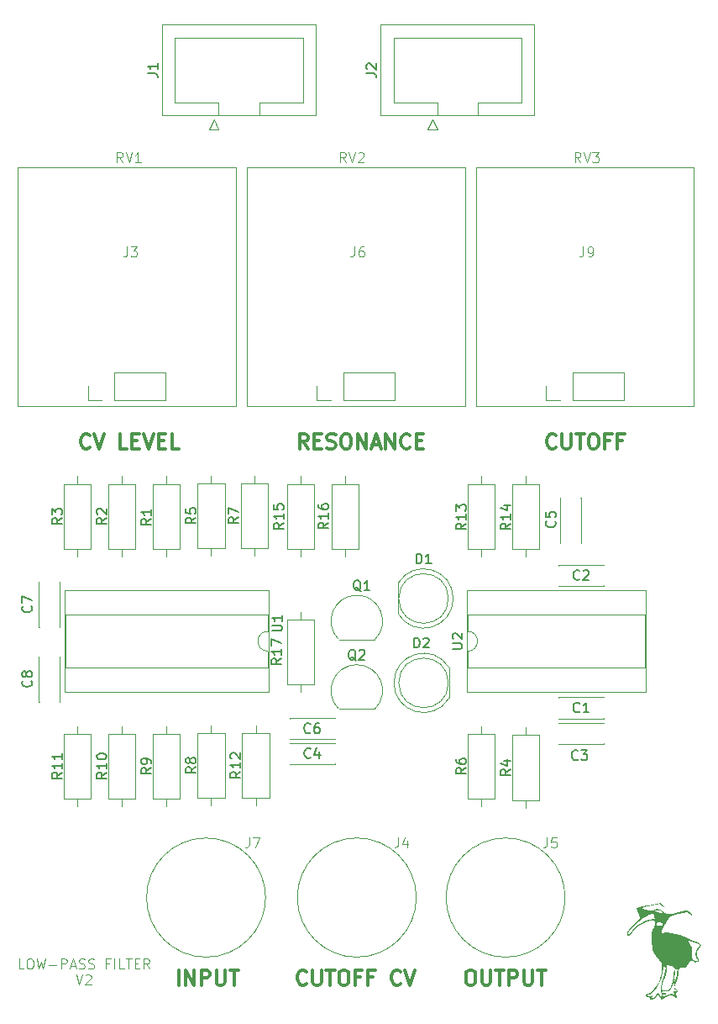
<source format=gbr>
%TF.GenerationSoftware,KiCad,Pcbnew,9.0.6*%
%TF.CreationDate,2026-01-12T01:08:44+11:00*%
%TF.ProjectId,low-pass-filter,6c6f772d-7061-4737-932d-66696c746572,rev?*%
%TF.SameCoordinates,Original*%
%TF.FileFunction,Legend,Top*%
%TF.FilePolarity,Positive*%
%FSLAX46Y46*%
G04 Gerber Fmt 4.6, Leading zero omitted, Abs format (unit mm)*
G04 Created by KiCad (PCBNEW 9.0.6) date 2026-01-12 01:08:44*
%MOMM*%
%LPD*%
G01*
G04 APERTURE LIST*
%ADD10C,0.300000*%
%ADD11C,0.100000*%
%ADD12C,0.150000*%
%ADD13C,0.120000*%
%ADD14C,0.000000*%
G04 APERTURE END LIST*
D10*
X54566654Y-88157971D02*
X54495226Y-88229400D01*
X54495226Y-88229400D02*
X54280940Y-88300828D01*
X54280940Y-88300828D02*
X54138083Y-88300828D01*
X54138083Y-88300828D02*
X53923797Y-88229400D01*
X53923797Y-88229400D02*
X53780940Y-88086542D01*
X53780940Y-88086542D02*
X53709511Y-87943685D01*
X53709511Y-87943685D02*
X53638083Y-87657971D01*
X53638083Y-87657971D02*
X53638083Y-87443685D01*
X53638083Y-87443685D02*
X53709511Y-87157971D01*
X53709511Y-87157971D02*
X53780940Y-87015114D01*
X53780940Y-87015114D02*
X53923797Y-86872257D01*
X53923797Y-86872257D02*
X54138083Y-86800828D01*
X54138083Y-86800828D02*
X54280940Y-86800828D01*
X54280940Y-86800828D02*
X54495226Y-86872257D01*
X54495226Y-86872257D02*
X54566654Y-86943685D01*
X54995226Y-86800828D02*
X55495226Y-88300828D01*
X55495226Y-88300828D02*
X55995226Y-86800828D01*
X58352368Y-88300828D02*
X57638082Y-88300828D01*
X57638082Y-88300828D02*
X57638082Y-86800828D01*
X58852368Y-87515114D02*
X59352368Y-87515114D01*
X59566654Y-88300828D02*
X58852368Y-88300828D01*
X58852368Y-88300828D02*
X58852368Y-86800828D01*
X58852368Y-86800828D02*
X59566654Y-86800828D01*
X59995226Y-86800828D02*
X60495226Y-88300828D01*
X60495226Y-88300828D02*
X60995226Y-86800828D01*
X61495225Y-87515114D02*
X61995225Y-87515114D01*
X62209511Y-88300828D02*
X61495225Y-88300828D01*
X61495225Y-88300828D02*
X61495225Y-86800828D01*
X61495225Y-86800828D02*
X62209511Y-86800828D01*
X63566654Y-88300828D02*
X62852368Y-88300828D01*
X62852368Y-88300828D02*
X62852368Y-86800828D01*
X101566654Y-88157971D02*
X101495226Y-88229400D01*
X101495226Y-88229400D02*
X101280940Y-88300828D01*
X101280940Y-88300828D02*
X101138083Y-88300828D01*
X101138083Y-88300828D02*
X100923797Y-88229400D01*
X100923797Y-88229400D02*
X100780940Y-88086542D01*
X100780940Y-88086542D02*
X100709511Y-87943685D01*
X100709511Y-87943685D02*
X100638083Y-87657971D01*
X100638083Y-87657971D02*
X100638083Y-87443685D01*
X100638083Y-87443685D02*
X100709511Y-87157971D01*
X100709511Y-87157971D02*
X100780940Y-87015114D01*
X100780940Y-87015114D02*
X100923797Y-86872257D01*
X100923797Y-86872257D02*
X101138083Y-86800828D01*
X101138083Y-86800828D02*
X101280940Y-86800828D01*
X101280940Y-86800828D02*
X101495226Y-86872257D01*
X101495226Y-86872257D02*
X101566654Y-86943685D01*
X102209511Y-86800828D02*
X102209511Y-88015114D01*
X102209511Y-88015114D02*
X102280940Y-88157971D01*
X102280940Y-88157971D02*
X102352369Y-88229400D01*
X102352369Y-88229400D02*
X102495226Y-88300828D01*
X102495226Y-88300828D02*
X102780940Y-88300828D01*
X102780940Y-88300828D02*
X102923797Y-88229400D01*
X102923797Y-88229400D02*
X102995226Y-88157971D01*
X102995226Y-88157971D02*
X103066654Y-88015114D01*
X103066654Y-88015114D02*
X103066654Y-86800828D01*
X103566655Y-86800828D02*
X104423798Y-86800828D01*
X103995226Y-88300828D02*
X103995226Y-86800828D01*
X105209512Y-86800828D02*
X105495226Y-86800828D01*
X105495226Y-86800828D02*
X105638083Y-86872257D01*
X105638083Y-86872257D02*
X105780940Y-87015114D01*
X105780940Y-87015114D02*
X105852369Y-87300828D01*
X105852369Y-87300828D02*
X105852369Y-87800828D01*
X105852369Y-87800828D02*
X105780940Y-88086542D01*
X105780940Y-88086542D02*
X105638083Y-88229400D01*
X105638083Y-88229400D02*
X105495226Y-88300828D01*
X105495226Y-88300828D02*
X105209512Y-88300828D01*
X105209512Y-88300828D02*
X105066655Y-88229400D01*
X105066655Y-88229400D02*
X104923797Y-88086542D01*
X104923797Y-88086542D02*
X104852369Y-87800828D01*
X104852369Y-87800828D02*
X104852369Y-87300828D01*
X104852369Y-87300828D02*
X104923797Y-87015114D01*
X104923797Y-87015114D02*
X105066655Y-86872257D01*
X105066655Y-86872257D02*
X105209512Y-86800828D01*
X106995226Y-87515114D02*
X106495226Y-87515114D01*
X106495226Y-88300828D02*
X106495226Y-86800828D01*
X106495226Y-86800828D02*
X107209512Y-86800828D01*
X108280940Y-87515114D02*
X107780940Y-87515114D01*
X107780940Y-88300828D02*
X107780940Y-86800828D01*
X107780940Y-86800828D02*
X108495226Y-86800828D01*
X63554511Y-142300828D02*
X63554511Y-140800828D01*
X64268797Y-142300828D02*
X64268797Y-140800828D01*
X64268797Y-140800828D02*
X65125940Y-142300828D01*
X65125940Y-142300828D02*
X65125940Y-140800828D01*
X65840226Y-142300828D02*
X65840226Y-140800828D01*
X65840226Y-140800828D02*
X66411655Y-140800828D01*
X66411655Y-140800828D02*
X66554512Y-140872257D01*
X66554512Y-140872257D02*
X66625941Y-140943685D01*
X66625941Y-140943685D02*
X66697369Y-141086542D01*
X66697369Y-141086542D02*
X66697369Y-141300828D01*
X66697369Y-141300828D02*
X66625941Y-141443685D01*
X66625941Y-141443685D02*
X66554512Y-141515114D01*
X66554512Y-141515114D02*
X66411655Y-141586542D01*
X66411655Y-141586542D02*
X65840226Y-141586542D01*
X67340226Y-140800828D02*
X67340226Y-142015114D01*
X67340226Y-142015114D02*
X67411655Y-142157971D01*
X67411655Y-142157971D02*
X67483084Y-142229400D01*
X67483084Y-142229400D02*
X67625941Y-142300828D01*
X67625941Y-142300828D02*
X67911655Y-142300828D01*
X67911655Y-142300828D02*
X68054512Y-142229400D01*
X68054512Y-142229400D02*
X68125941Y-142157971D01*
X68125941Y-142157971D02*
X68197369Y-142015114D01*
X68197369Y-142015114D02*
X68197369Y-140800828D01*
X68697370Y-140800828D02*
X69554513Y-140800828D01*
X69125941Y-142300828D02*
X69125941Y-140800828D01*
X92840226Y-140800828D02*
X93125940Y-140800828D01*
X93125940Y-140800828D02*
X93268797Y-140872257D01*
X93268797Y-140872257D02*
X93411654Y-141015114D01*
X93411654Y-141015114D02*
X93483083Y-141300828D01*
X93483083Y-141300828D02*
X93483083Y-141800828D01*
X93483083Y-141800828D02*
X93411654Y-142086542D01*
X93411654Y-142086542D02*
X93268797Y-142229400D01*
X93268797Y-142229400D02*
X93125940Y-142300828D01*
X93125940Y-142300828D02*
X92840226Y-142300828D01*
X92840226Y-142300828D02*
X92697369Y-142229400D01*
X92697369Y-142229400D02*
X92554511Y-142086542D01*
X92554511Y-142086542D02*
X92483083Y-141800828D01*
X92483083Y-141800828D02*
X92483083Y-141300828D01*
X92483083Y-141300828D02*
X92554511Y-141015114D01*
X92554511Y-141015114D02*
X92697369Y-140872257D01*
X92697369Y-140872257D02*
X92840226Y-140800828D01*
X94125940Y-140800828D02*
X94125940Y-142015114D01*
X94125940Y-142015114D02*
X94197369Y-142157971D01*
X94197369Y-142157971D02*
X94268798Y-142229400D01*
X94268798Y-142229400D02*
X94411655Y-142300828D01*
X94411655Y-142300828D02*
X94697369Y-142300828D01*
X94697369Y-142300828D02*
X94840226Y-142229400D01*
X94840226Y-142229400D02*
X94911655Y-142157971D01*
X94911655Y-142157971D02*
X94983083Y-142015114D01*
X94983083Y-142015114D02*
X94983083Y-140800828D01*
X95483084Y-140800828D02*
X96340227Y-140800828D01*
X95911655Y-142300828D02*
X95911655Y-140800828D01*
X96840226Y-142300828D02*
X96840226Y-140800828D01*
X96840226Y-140800828D02*
X97411655Y-140800828D01*
X97411655Y-140800828D02*
X97554512Y-140872257D01*
X97554512Y-140872257D02*
X97625941Y-140943685D01*
X97625941Y-140943685D02*
X97697369Y-141086542D01*
X97697369Y-141086542D02*
X97697369Y-141300828D01*
X97697369Y-141300828D02*
X97625941Y-141443685D01*
X97625941Y-141443685D02*
X97554512Y-141515114D01*
X97554512Y-141515114D02*
X97411655Y-141586542D01*
X97411655Y-141586542D02*
X96840226Y-141586542D01*
X98340226Y-140800828D02*
X98340226Y-142015114D01*
X98340226Y-142015114D02*
X98411655Y-142157971D01*
X98411655Y-142157971D02*
X98483084Y-142229400D01*
X98483084Y-142229400D02*
X98625941Y-142300828D01*
X98625941Y-142300828D02*
X98911655Y-142300828D01*
X98911655Y-142300828D02*
X99054512Y-142229400D01*
X99054512Y-142229400D02*
X99125941Y-142157971D01*
X99125941Y-142157971D02*
X99197369Y-142015114D01*
X99197369Y-142015114D02*
X99197369Y-140800828D01*
X99697370Y-140800828D02*
X100554513Y-140800828D01*
X100125941Y-142300828D02*
X100125941Y-140800828D01*
D11*
X47928571Y-140652447D02*
X47452381Y-140652447D01*
X47452381Y-140652447D02*
X47452381Y-139652447D01*
X48452381Y-139652447D02*
X48642857Y-139652447D01*
X48642857Y-139652447D02*
X48738095Y-139700066D01*
X48738095Y-139700066D02*
X48833333Y-139795304D01*
X48833333Y-139795304D02*
X48880952Y-139985780D01*
X48880952Y-139985780D02*
X48880952Y-140319113D01*
X48880952Y-140319113D02*
X48833333Y-140509589D01*
X48833333Y-140509589D02*
X48738095Y-140604828D01*
X48738095Y-140604828D02*
X48642857Y-140652447D01*
X48642857Y-140652447D02*
X48452381Y-140652447D01*
X48452381Y-140652447D02*
X48357143Y-140604828D01*
X48357143Y-140604828D02*
X48261905Y-140509589D01*
X48261905Y-140509589D02*
X48214286Y-140319113D01*
X48214286Y-140319113D02*
X48214286Y-139985780D01*
X48214286Y-139985780D02*
X48261905Y-139795304D01*
X48261905Y-139795304D02*
X48357143Y-139700066D01*
X48357143Y-139700066D02*
X48452381Y-139652447D01*
X49214286Y-139652447D02*
X49452381Y-140652447D01*
X49452381Y-140652447D02*
X49642857Y-139938161D01*
X49642857Y-139938161D02*
X49833333Y-140652447D01*
X49833333Y-140652447D02*
X50071429Y-139652447D01*
X50452381Y-140271494D02*
X51214286Y-140271494D01*
X51690476Y-140652447D02*
X51690476Y-139652447D01*
X51690476Y-139652447D02*
X52071428Y-139652447D01*
X52071428Y-139652447D02*
X52166666Y-139700066D01*
X52166666Y-139700066D02*
X52214285Y-139747685D01*
X52214285Y-139747685D02*
X52261904Y-139842923D01*
X52261904Y-139842923D02*
X52261904Y-139985780D01*
X52261904Y-139985780D02*
X52214285Y-140081018D01*
X52214285Y-140081018D02*
X52166666Y-140128637D01*
X52166666Y-140128637D02*
X52071428Y-140176256D01*
X52071428Y-140176256D02*
X51690476Y-140176256D01*
X52642857Y-140366732D02*
X53119047Y-140366732D01*
X52547619Y-140652447D02*
X52880952Y-139652447D01*
X52880952Y-139652447D02*
X53214285Y-140652447D01*
X53500000Y-140604828D02*
X53642857Y-140652447D01*
X53642857Y-140652447D02*
X53880952Y-140652447D01*
X53880952Y-140652447D02*
X53976190Y-140604828D01*
X53976190Y-140604828D02*
X54023809Y-140557208D01*
X54023809Y-140557208D02*
X54071428Y-140461970D01*
X54071428Y-140461970D02*
X54071428Y-140366732D01*
X54071428Y-140366732D02*
X54023809Y-140271494D01*
X54023809Y-140271494D02*
X53976190Y-140223875D01*
X53976190Y-140223875D02*
X53880952Y-140176256D01*
X53880952Y-140176256D02*
X53690476Y-140128637D01*
X53690476Y-140128637D02*
X53595238Y-140081018D01*
X53595238Y-140081018D02*
X53547619Y-140033399D01*
X53547619Y-140033399D02*
X53500000Y-139938161D01*
X53500000Y-139938161D02*
X53500000Y-139842923D01*
X53500000Y-139842923D02*
X53547619Y-139747685D01*
X53547619Y-139747685D02*
X53595238Y-139700066D01*
X53595238Y-139700066D02*
X53690476Y-139652447D01*
X53690476Y-139652447D02*
X53928571Y-139652447D01*
X53928571Y-139652447D02*
X54071428Y-139700066D01*
X54452381Y-140604828D02*
X54595238Y-140652447D01*
X54595238Y-140652447D02*
X54833333Y-140652447D01*
X54833333Y-140652447D02*
X54928571Y-140604828D01*
X54928571Y-140604828D02*
X54976190Y-140557208D01*
X54976190Y-140557208D02*
X55023809Y-140461970D01*
X55023809Y-140461970D02*
X55023809Y-140366732D01*
X55023809Y-140366732D02*
X54976190Y-140271494D01*
X54976190Y-140271494D02*
X54928571Y-140223875D01*
X54928571Y-140223875D02*
X54833333Y-140176256D01*
X54833333Y-140176256D02*
X54642857Y-140128637D01*
X54642857Y-140128637D02*
X54547619Y-140081018D01*
X54547619Y-140081018D02*
X54500000Y-140033399D01*
X54500000Y-140033399D02*
X54452381Y-139938161D01*
X54452381Y-139938161D02*
X54452381Y-139842923D01*
X54452381Y-139842923D02*
X54500000Y-139747685D01*
X54500000Y-139747685D02*
X54547619Y-139700066D01*
X54547619Y-139700066D02*
X54642857Y-139652447D01*
X54642857Y-139652447D02*
X54880952Y-139652447D01*
X54880952Y-139652447D02*
X55023809Y-139700066D01*
X56547619Y-140128637D02*
X56214286Y-140128637D01*
X56214286Y-140652447D02*
X56214286Y-139652447D01*
X56214286Y-139652447D02*
X56690476Y-139652447D01*
X57071429Y-140652447D02*
X57071429Y-139652447D01*
X58023809Y-140652447D02*
X57547619Y-140652447D01*
X57547619Y-140652447D02*
X57547619Y-139652447D01*
X58214286Y-139652447D02*
X58785714Y-139652447D01*
X58500000Y-140652447D02*
X58500000Y-139652447D01*
X59119048Y-140128637D02*
X59452381Y-140128637D01*
X59595238Y-140652447D02*
X59119048Y-140652447D01*
X59119048Y-140652447D02*
X59119048Y-139652447D01*
X59119048Y-139652447D02*
X59595238Y-139652447D01*
X60595238Y-140652447D02*
X60261905Y-140176256D01*
X60023810Y-140652447D02*
X60023810Y-139652447D01*
X60023810Y-139652447D02*
X60404762Y-139652447D01*
X60404762Y-139652447D02*
X60500000Y-139700066D01*
X60500000Y-139700066D02*
X60547619Y-139747685D01*
X60547619Y-139747685D02*
X60595238Y-139842923D01*
X60595238Y-139842923D02*
X60595238Y-139985780D01*
X60595238Y-139985780D02*
X60547619Y-140081018D01*
X60547619Y-140081018D02*
X60500000Y-140128637D01*
X60500000Y-140128637D02*
X60404762Y-140176256D01*
X60404762Y-140176256D02*
X60023810Y-140176256D01*
X53190476Y-141262391D02*
X53523809Y-142262391D01*
X53523809Y-142262391D02*
X53857142Y-141262391D01*
X54142857Y-141357629D02*
X54190476Y-141310010D01*
X54190476Y-141310010D02*
X54285714Y-141262391D01*
X54285714Y-141262391D02*
X54523809Y-141262391D01*
X54523809Y-141262391D02*
X54619047Y-141310010D01*
X54619047Y-141310010D02*
X54666666Y-141357629D01*
X54666666Y-141357629D02*
X54714285Y-141452867D01*
X54714285Y-141452867D02*
X54714285Y-141548105D01*
X54714285Y-141548105D02*
X54666666Y-141690962D01*
X54666666Y-141690962D02*
X54095238Y-142262391D01*
X54095238Y-142262391D02*
X54714285Y-142262391D01*
D10*
X76411654Y-142157971D02*
X76340226Y-142229400D01*
X76340226Y-142229400D02*
X76125940Y-142300828D01*
X76125940Y-142300828D02*
X75983083Y-142300828D01*
X75983083Y-142300828D02*
X75768797Y-142229400D01*
X75768797Y-142229400D02*
X75625940Y-142086542D01*
X75625940Y-142086542D02*
X75554511Y-141943685D01*
X75554511Y-141943685D02*
X75483083Y-141657971D01*
X75483083Y-141657971D02*
X75483083Y-141443685D01*
X75483083Y-141443685D02*
X75554511Y-141157971D01*
X75554511Y-141157971D02*
X75625940Y-141015114D01*
X75625940Y-141015114D02*
X75768797Y-140872257D01*
X75768797Y-140872257D02*
X75983083Y-140800828D01*
X75983083Y-140800828D02*
X76125940Y-140800828D01*
X76125940Y-140800828D02*
X76340226Y-140872257D01*
X76340226Y-140872257D02*
X76411654Y-140943685D01*
X77054511Y-140800828D02*
X77054511Y-142015114D01*
X77054511Y-142015114D02*
X77125940Y-142157971D01*
X77125940Y-142157971D02*
X77197369Y-142229400D01*
X77197369Y-142229400D02*
X77340226Y-142300828D01*
X77340226Y-142300828D02*
X77625940Y-142300828D01*
X77625940Y-142300828D02*
X77768797Y-142229400D01*
X77768797Y-142229400D02*
X77840226Y-142157971D01*
X77840226Y-142157971D02*
X77911654Y-142015114D01*
X77911654Y-142015114D02*
X77911654Y-140800828D01*
X78411655Y-140800828D02*
X79268798Y-140800828D01*
X78840226Y-142300828D02*
X78840226Y-140800828D01*
X80054512Y-140800828D02*
X80340226Y-140800828D01*
X80340226Y-140800828D02*
X80483083Y-140872257D01*
X80483083Y-140872257D02*
X80625940Y-141015114D01*
X80625940Y-141015114D02*
X80697369Y-141300828D01*
X80697369Y-141300828D02*
X80697369Y-141800828D01*
X80697369Y-141800828D02*
X80625940Y-142086542D01*
X80625940Y-142086542D02*
X80483083Y-142229400D01*
X80483083Y-142229400D02*
X80340226Y-142300828D01*
X80340226Y-142300828D02*
X80054512Y-142300828D01*
X80054512Y-142300828D02*
X79911655Y-142229400D01*
X79911655Y-142229400D02*
X79768797Y-142086542D01*
X79768797Y-142086542D02*
X79697369Y-141800828D01*
X79697369Y-141800828D02*
X79697369Y-141300828D01*
X79697369Y-141300828D02*
X79768797Y-141015114D01*
X79768797Y-141015114D02*
X79911655Y-140872257D01*
X79911655Y-140872257D02*
X80054512Y-140800828D01*
X81840226Y-141515114D02*
X81340226Y-141515114D01*
X81340226Y-142300828D02*
X81340226Y-140800828D01*
X81340226Y-140800828D02*
X82054512Y-140800828D01*
X83125940Y-141515114D02*
X82625940Y-141515114D01*
X82625940Y-142300828D02*
X82625940Y-140800828D01*
X82625940Y-140800828D02*
X83340226Y-140800828D01*
X85911654Y-142157971D02*
X85840226Y-142229400D01*
X85840226Y-142229400D02*
X85625940Y-142300828D01*
X85625940Y-142300828D02*
X85483083Y-142300828D01*
X85483083Y-142300828D02*
X85268797Y-142229400D01*
X85268797Y-142229400D02*
X85125940Y-142086542D01*
X85125940Y-142086542D02*
X85054511Y-141943685D01*
X85054511Y-141943685D02*
X84983083Y-141657971D01*
X84983083Y-141657971D02*
X84983083Y-141443685D01*
X84983083Y-141443685D02*
X85054511Y-141157971D01*
X85054511Y-141157971D02*
X85125940Y-141015114D01*
X85125940Y-141015114D02*
X85268797Y-140872257D01*
X85268797Y-140872257D02*
X85483083Y-140800828D01*
X85483083Y-140800828D02*
X85625940Y-140800828D01*
X85625940Y-140800828D02*
X85840226Y-140872257D01*
X85840226Y-140872257D02*
X85911654Y-140943685D01*
X86340226Y-140800828D02*
X86840226Y-142300828D01*
X86840226Y-142300828D02*
X87340226Y-140800828D01*
X76566654Y-88300828D02*
X76066654Y-87586542D01*
X75709511Y-88300828D02*
X75709511Y-86800828D01*
X75709511Y-86800828D02*
X76280940Y-86800828D01*
X76280940Y-86800828D02*
X76423797Y-86872257D01*
X76423797Y-86872257D02*
X76495226Y-86943685D01*
X76495226Y-86943685D02*
X76566654Y-87086542D01*
X76566654Y-87086542D02*
X76566654Y-87300828D01*
X76566654Y-87300828D02*
X76495226Y-87443685D01*
X76495226Y-87443685D02*
X76423797Y-87515114D01*
X76423797Y-87515114D02*
X76280940Y-87586542D01*
X76280940Y-87586542D02*
X75709511Y-87586542D01*
X77209511Y-87515114D02*
X77709511Y-87515114D01*
X77923797Y-88300828D02*
X77209511Y-88300828D01*
X77209511Y-88300828D02*
X77209511Y-86800828D01*
X77209511Y-86800828D02*
X77923797Y-86800828D01*
X78495226Y-88229400D02*
X78709512Y-88300828D01*
X78709512Y-88300828D02*
X79066654Y-88300828D01*
X79066654Y-88300828D02*
X79209512Y-88229400D01*
X79209512Y-88229400D02*
X79280940Y-88157971D01*
X79280940Y-88157971D02*
X79352369Y-88015114D01*
X79352369Y-88015114D02*
X79352369Y-87872257D01*
X79352369Y-87872257D02*
X79280940Y-87729400D01*
X79280940Y-87729400D02*
X79209512Y-87657971D01*
X79209512Y-87657971D02*
X79066654Y-87586542D01*
X79066654Y-87586542D02*
X78780940Y-87515114D01*
X78780940Y-87515114D02*
X78638083Y-87443685D01*
X78638083Y-87443685D02*
X78566654Y-87372257D01*
X78566654Y-87372257D02*
X78495226Y-87229400D01*
X78495226Y-87229400D02*
X78495226Y-87086542D01*
X78495226Y-87086542D02*
X78566654Y-86943685D01*
X78566654Y-86943685D02*
X78638083Y-86872257D01*
X78638083Y-86872257D02*
X78780940Y-86800828D01*
X78780940Y-86800828D02*
X79138083Y-86800828D01*
X79138083Y-86800828D02*
X79352369Y-86872257D01*
X80280940Y-86800828D02*
X80566654Y-86800828D01*
X80566654Y-86800828D02*
X80709511Y-86872257D01*
X80709511Y-86872257D02*
X80852368Y-87015114D01*
X80852368Y-87015114D02*
X80923797Y-87300828D01*
X80923797Y-87300828D02*
X80923797Y-87800828D01*
X80923797Y-87800828D02*
X80852368Y-88086542D01*
X80852368Y-88086542D02*
X80709511Y-88229400D01*
X80709511Y-88229400D02*
X80566654Y-88300828D01*
X80566654Y-88300828D02*
X80280940Y-88300828D01*
X80280940Y-88300828D02*
X80138083Y-88229400D01*
X80138083Y-88229400D02*
X79995225Y-88086542D01*
X79995225Y-88086542D02*
X79923797Y-87800828D01*
X79923797Y-87800828D02*
X79923797Y-87300828D01*
X79923797Y-87300828D02*
X79995225Y-87015114D01*
X79995225Y-87015114D02*
X80138083Y-86872257D01*
X80138083Y-86872257D02*
X80280940Y-86800828D01*
X81566654Y-88300828D02*
X81566654Y-86800828D01*
X81566654Y-86800828D02*
X82423797Y-88300828D01*
X82423797Y-88300828D02*
X82423797Y-86800828D01*
X83066655Y-87872257D02*
X83780941Y-87872257D01*
X82923798Y-88300828D02*
X83423798Y-86800828D01*
X83423798Y-86800828D02*
X83923798Y-88300828D01*
X84423797Y-88300828D02*
X84423797Y-86800828D01*
X84423797Y-86800828D02*
X85280940Y-88300828D01*
X85280940Y-88300828D02*
X85280940Y-86800828D01*
X86852369Y-88157971D02*
X86780941Y-88229400D01*
X86780941Y-88229400D02*
X86566655Y-88300828D01*
X86566655Y-88300828D02*
X86423798Y-88300828D01*
X86423798Y-88300828D02*
X86209512Y-88229400D01*
X86209512Y-88229400D02*
X86066655Y-88086542D01*
X86066655Y-88086542D02*
X85995226Y-87943685D01*
X85995226Y-87943685D02*
X85923798Y-87657971D01*
X85923798Y-87657971D02*
X85923798Y-87443685D01*
X85923798Y-87443685D02*
X85995226Y-87157971D01*
X85995226Y-87157971D02*
X86066655Y-87015114D01*
X86066655Y-87015114D02*
X86209512Y-86872257D01*
X86209512Y-86872257D02*
X86423798Y-86800828D01*
X86423798Y-86800828D02*
X86566655Y-86800828D01*
X86566655Y-86800828D02*
X86780941Y-86872257D01*
X86780941Y-86872257D02*
X86852369Y-86943685D01*
X87495226Y-87515114D02*
X87995226Y-87515114D01*
X88209512Y-88300828D02*
X87495226Y-88300828D01*
X87495226Y-88300828D02*
X87495226Y-86800828D01*
X87495226Y-86800828D02*
X88209512Y-86800828D01*
D12*
X82469820Y-50498333D02*
X83184105Y-50498333D01*
X83184105Y-50498333D02*
X83326962Y-50545952D01*
X83326962Y-50545952D02*
X83422201Y-50641190D01*
X83422201Y-50641190D02*
X83469820Y-50784047D01*
X83469820Y-50784047D02*
X83469820Y-50879285D01*
X82565058Y-50069761D02*
X82517439Y-50022142D01*
X82517439Y-50022142D02*
X82469820Y-49926904D01*
X82469820Y-49926904D02*
X82469820Y-49688809D01*
X82469820Y-49688809D02*
X82517439Y-49593571D01*
X82517439Y-49593571D02*
X82565058Y-49545952D01*
X82565058Y-49545952D02*
X82660296Y-49498333D01*
X82660296Y-49498333D02*
X82755534Y-49498333D01*
X82755534Y-49498333D02*
X82898391Y-49545952D01*
X82898391Y-49545952D02*
X83469820Y-50117380D01*
X83469820Y-50117380D02*
X83469820Y-49498333D01*
X65264820Y-120356666D02*
X64788629Y-120689999D01*
X65264820Y-120928094D02*
X64264820Y-120928094D01*
X64264820Y-120928094D02*
X64264820Y-120547142D01*
X64264820Y-120547142D02*
X64312439Y-120451904D01*
X64312439Y-120451904D02*
X64360058Y-120404285D01*
X64360058Y-120404285D02*
X64455296Y-120356666D01*
X64455296Y-120356666D02*
X64598153Y-120356666D01*
X64598153Y-120356666D02*
X64693391Y-120404285D01*
X64693391Y-120404285D02*
X64741010Y-120451904D01*
X64741010Y-120451904D02*
X64788629Y-120547142D01*
X64788629Y-120547142D02*
X64788629Y-120928094D01*
X64693391Y-119785237D02*
X64645772Y-119880475D01*
X64645772Y-119880475D02*
X64598153Y-119928094D01*
X64598153Y-119928094D02*
X64502915Y-119975713D01*
X64502915Y-119975713D02*
X64455296Y-119975713D01*
X64455296Y-119975713D02*
X64360058Y-119928094D01*
X64360058Y-119928094D02*
X64312439Y-119880475D01*
X64312439Y-119880475D02*
X64264820Y-119785237D01*
X64264820Y-119785237D02*
X64264820Y-119594761D01*
X64264820Y-119594761D02*
X64312439Y-119499523D01*
X64312439Y-119499523D02*
X64360058Y-119451904D01*
X64360058Y-119451904D02*
X64455296Y-119404285D01*
X64455296Y-119404285D02*
X64502915Y-119404285D01*
X64502915Y-119404285D02*
X64598153Y-119451904D01*
X64598153Y-119451904D02*
X64645772Y-119499523D01*
X64645772Y-119499523D02*
X64693391Y-119594761D01*
X64693391Y-119594761D02*
X64693391Y-119785237D01*
X64693391Y-119785237D02*
X64741010Y-119880475D01*
X64741010Y-119880475D02*
X64788629Y-119928094D01*
X64788629Y-119928094D02*
X64883867Y-119975713D01*
X64883867Y-119975713D02*
X65074343Y-119975713D01*
X65074343Y-119975713D02*
X65169581Y-119928094D01*
X65169581Y-119928094D02*
X65217201Y-119880475D01*
X65217201Y-119880475D02*
X65264820Y-119785237D01*
X65264820Y-119785237D02*
X65264820Y-119594761D01*
X65264820Y-119594761D02*
X65217201Y-119499523D01*
X65217201Y-119499523D02*
X65169581Y-119451904D01*
X65169581Y-119451904D02*
X65074343Y-119404285D01*
X65074343Y-119404285D02*
X64883867Y-119404285D01*
X64883867Y-119404285D02*
X64788629Y-119451904D01*
X64788629Y-119451904D02*
X64741010Y-119499523D01*
X64741010Y-119499523D02*
X64693391Y-119594761D01*
X69564411Y-95208300D02*
X69088220Y-95541633D01*
X69564411Y-95779728D02*
X68564411Y-95779728D01*
X68564411Y-95779728D02*
X68564411Y-95398776D01*
X68564411Y-95398776D02*
X68612030Y-95303538D01*
X68612030Y-95303538D02*
X68659649Y-95255919D01*
X68659649Y-95255919D02*
X68754887Y-95208300D01*
X68754887Y-95208300D02*
X68897744Y-95208300D01*
X68897744Y-95208300D02*
X68992982Y-95255919D01*
X68992982Y-95255919D02*
X69040601Y-95303538D01*
X69040601Y-95303538D02*
X69088220Y-95398776D01*
X69088220Y-95398776D02*
X69088220Y-95779728D01*
X68564411Y-94874966D02*
X68564411Y-94208300D01*
X68564411Y-94208300D02*
X69564411Y-94636871D01*
D11*
X80404761Y-59457419D02*
X80071428Y-58981228D01*
X79833333Y-59457419D02*
X79833333Y-58457419D01*
X79833333Y-58457419D02*
X80214285Y-58457419D01*
X80214285Y-58457419D02*
X80309523Y-58505038D01*
X80309523Y-58505038D02*
X80357142Y-58552657D01*
X80357142Y-58552657D02*
X80404761Y-58647895D01*
X80404761Y-58647895D02*
X80404761Y-58790752D01*
X80404761Y-58790752D02*
X80357142Y-58885990D01*
X80357142Y-58885990D02*
X80309523Y-58933609D01*
X80309523Y-58933609D02*
X80214285Y-58981228D01*
X80214285Y-58981228D02*
X79833333Y-58981228D01*
X80690476Y-58457419D02*
X81023809Y-59457419D01*
X81023809Y-59457419D02*
X81357142Y-58457419D01*
X81642857Y-58552657D02*
X81690476Y-58505038D01*
X81690476Y-58505038D02*
X81785714Y-58457419D01*
X81785714Y-58457419D02*
X82023809Y-58457419D01*
X82023809Y-58457419D02*
X82119047Y-58505038D01*
X82119047Y-58505038D02*
X82166666Y-58552657D01*
X82166666Y-58552657D02*
X82214285Y-58647895D01*
X82214285Y-58647895D02*
X82214285Y-58743133D01*
X82214285Y-58743133D02*
X82166666Y-58885990D01*
X82166666Y-58885990D02*
X81595238Y-59457419D01*
X81595238Y-59457419D02*
X82214285Y-59457419D01*
D12*
X51764820Y-95276666D02*
X51288629Y-95609999D01*
X51764820Y-95848094D02*
X50764820Y-95848094D01*
X50764820Y-95848094D02*
X50764820Y-95467142D01*
X50764820Y-95467142D02*
X50812439Y-95371904D01*
X50812439Y-95371904D02*
X50860058Y-95324285D01*
X50860058Y-95324285D02*
X50955296Y-95276666D01*
X50955296Y-95276666D02*
X51098153Y-95276666D01*
X51098153Y-95276666D02*
X51193391Y-95324285D01*
X51193391Y-95324285D02*
X51241010Y-95371904D01*
X51241010Y-95371904D02*
X51288629Y-95467142D01*
X51288629Y-95467142D02*
X51288629Y-95848094D01*
X50764820Y-94943332D02*
X50764820Y-94324285D01*
X50764820Y-94324285D02*
X51145772Y-94657618D01*
X51145772Y-94657618D02*
X51145772Y-94514761D01*
X51145772Y-94514761D02*
X51193391Y-94419523D01*
X51193391Y-94419523D02*
X51241010Y-94371904D01*
X51241010Y-94371904D02*
X51336248Y-94324285D01*
X51336248Y-94324285D02*
X51574343Y-94324285D01*
X51574343Y-94324285D02*
X51669581Y-94371904D01*
X51669581Y-94371904D02*
X51717201Y-94419523D01*
X51717201Y-94419523D02*
X51764820Y-94514761D01*
X51764820Y-94514761D02*
X51764820Y-94800475D01*
X51764820Y-94800475D02*
X51717201Y-94895713D01*
X51717201Y-94895713D02*
X51669581Y-94943332D01*
D11*
X104321667Y-67957419D02*
X104321667Y-68671704D01*
X104321667Y-68671704D02*
X104274048Y-68814561D01*
X104274048Y-68814561D02*
X104178810Y-68909800D01*
X104178810Y-68909800D02*
X104035953Y-68957419D01*
X104035953Y-68957419D02*
X103940715Y-68957419D01*
X104845477Y-68957419D02*
X105035953Y-68957419D01*
X105035953Y-68957419D02*
X105131191Y-68909800D01*
X105131191Y-68909800D02*
X105178810Y-68862180D01*
X105178810Y-68862180D02*
X105274048Y-68719323D01*
X105274048Y-68719323D02*
X105321667Y-68528847D01*
X105321667Y-68528847D02*
X105321667Y-68147895D01*
X105321667Y-68147895D02*
X105274048Y-68052657D01*
X105274048Y-68052657D02*
X105226429Y-68005038D01*
X105226429Y-68005038D02*
X105131191Y-67957419D01*
X105131191Y-67957419D02*
X104940715Y-67957419D01*
X104940715Y-67957419D02*
X104845477Y-68005038D01*
X104845477Y-68005038D02*
X104797858Y-68052657D01*
X104797858Y-68052657D02*
X104750239Y-68147895D01*
X104750239Y-68147895D02*
X104750239Y-68385990D01*
X104750239Y-68385990D02*
X104797858Y-68481228D01*
X104797858Y-68481228D02*
X104845477Y-68528847D01*
X104845477Y-68528847D02*
X104940715Y-68576466D01*
X104940715Y-68576466D02*
X105131191Y-68576466D01*
X105131191Y-68576466D02*
X105226429Y-68528847D01*
X105226429Y-68528847D02*
X105274048Y-68481228D01*
X105274048Y-68481228D02*
X105321667Y-68385990D01*
D12*
X81904762Y-102640057D02*
X81809524Y-102592438D01*
X81809524Y-102592438D02*
X81714286Y-102497200D01*
X81714286Y-102497200D02*
X81571429Y-102354342D01*
X81571429Y-102354342D02*
X81476191Y-102306723D01*
X81476191Y-102306723D02*
X81380953Y-102306723D01*
X81428572Y-102544819D02*
X81333334Y-102497200D01*
X81333334Y-102497200D02*
X81238096Y-102401961D01*
X81238096Y-102401961D02*
X81190477Y-102211485D01*
X81190477Y-102211485D02*
X81190477Y-101878152D01*
X81190477Y-101878152D02*
X81238096Y-101687676D01*
X81238096Y-101687676D02*
X81333334Y-101592438D01*
X81333334Y-101592438D02*
X81428572Y-101544819D01*
X81428572Y-101544819D02*
X81619048Y-101544819D01*
X81619048Y-101544819D02*
X81714286Y-101592438D01*
X81714286Y-101592438D02*
X81809524Y-101687676D01*
X81809524Y-101687676D02*
X81857143Y-101878152D01*
X81857143Y-101878152D02*
X81857143Y-102211485D01*
X81857143Y-102211485D02*
X81809524Y-102401961D01*
X81809524Y-102401961D02*
X81714286Y-102497200D01*
X81714286Y-102497200D02*
X81619048Y-102544819D01*
X81619048Y-102544819D02*
X81428572Y-102544819D01*
X82809524Y-102544819D02*
X82238096Y-102544819D01*
X82523810Y-102544819D02*
X82523810Y-101544819D01*
X82523810Y-101544819D02*
X82428572Y-101687676D01*
X82428572Y-101687676D02*
X82333334Y-101782914D01*
X82333334Y-101782914D02*
X82238096Y-101830533D01*
D11*
X100666667Y-127457419D02*
X100666667Y-128171704D01*
X100666667Y-128171704D02*
X100619048Y-128314561D01*
X100619048Y-128314561D02*
X100523810Y-128409800D01*
X100523810Y-128409800D02*
X100380953Y-128457419D01*
X100380953Y-128457419D02*
X100285715Y-128457419D01*
X101619048Y-127457419D02*
X101142858Y-127457419D01*
X101142858Y-127457419D02*
X101095239Y-127933609D01*
X101095239Y-127933609D02*
X101142858Y-127885990D01*
X101142858Y-127885990D02*
X101238096Y-127838371D01*
X101238096Y-127838371D02*
X101476191Y-127838371D01*
X101476191Y-127838371D02*
X101571429Y-127885990D01*
X101571429Y-127885990D02*
X101619048Y-127933609D01*
X101619048Y-127933609D02*
X101666667Y-128028847D01*
X101666667Y-128028847D02*
X101666667Y-128266942D01*
X101666667Y-128266942D02*
X101619048Y-128362180D01*
X101619048Y-128362180D02*
X101571429Y-128409800D01*
X101571429Y-128409800D02*
X101476191Y-128457419D01*
X101476191Y-128457419D02*
X101238096Y-128457419D01*
X101238096Y-128457419D02*
X101142858Y-128409800D01*
X101142858Y-128409800D02*
X101095239Y-128362180D01*
D12*
X56264820Y-120912857D02*
X55788629Y-121246190D01*
X56264820Y-121484285D02*
X55264820Y-121484285D01*
X55264820Y-121484285D02*
X55264820Y-121103333D01*
X55264820Y-121103333D02*
X55312439Y-121008095D01*
X55312439Y-121008095D02*
X55360058Y-120960476D01*
X55360058Y-120960476D02*
X55455296Y-120912857D01*
X55455296Y-120912857D02*
X55598153Y-120912857D01*
X55598153Y-120912857D02*
X55693391Y-120960476D01*
X55693391Y-120960476D02*
X55741010Y-121008095D01*
X55741010Y-121008095D02*
X55788629Y-121103333D01*
X55788629Y-121103333D02*
X55788629Y-121484285D01*
X56264820Y-119960476D02*
X56264820Y-120531904D01*
X56264820Y-120246190D02*
X55264820Y-120246190D01*
X55264820Y-120246190D02*
X55407677Y-120341428D01*
X55407677Y-120341428D02*
X55502915Y-120436666D01*
X55502915Y-120436666D02*
X55550534Y-120531904D01*
X55264820Y-119341428D02*
X55264820Y-119246190D01*
X55264820Y-119246190D02*
X55312439Y-119150952D01*
X55312439Y-119150952D02*
X55360058Y-119103333D01*
X55360058Y-119103333D02*
X55455296Y-119055714D01*
X55455296Y-119055714D02*
X55645772Y-119008095D01*
X55645772Y-119008095D02*
X55883867Y-119008095D01*
X55883867Y-119008095D02*
X56074343Y-119055714D01*
X56074343Y-119055714D02*
X56169581Y-119103333D01*
X56169581Y-119103333D02*
X56217201Y-119150952D01*
X56217201Y-119150952D02*
X56264820Y-119246190D01*
X56264820Y-119246190D02*
X56264820Y-119341428D01*
X56264820Y-119341428D02*
X56217201Y-119436666D01*
X56217201Y-119436666D02*
X56169581Y-119484285D01*
X56169581Y-119484285D02*
X56074343Y-119531904D01*
X56074343Y-119531904D02*
X55883867Y-119579523D01*
X55883867Y-119579523D02*
X55645772Y-119579523D01*
X55645772Y-119579523D02*
X55455296Y-119531904D01*
X55455296Y-119531904D02*
X55360058Y-119484285D01*
X55360058Y-119484285D02*
X55312439Y-119436666D01*
X55312439Y-119436666D02*
X55264820Y-119341428D01*
X103951954Y-101422781D02*
X103904335Y-101470401D01*
X103904335Y-101470401D02*
X103761478Y-101518020D01*
X103761478Y-101518020D02*
X103666240Y-101518020D01*
X103666240Y-101518020D02*
X103523383Y-101470401D01*
X103523383Y-101470401D02*
X103428145Y-101375162D01*
X103428145Y-101375162D02*
X103380526Y-101279924D01*
X103380526Y-101279924D02*
X103332907Y-101089448D01*
X103332907Y-101089448D02*
X103332907Y-100946591D01*
X103332907Y-100946591D02*
X103380526Y-100756115D01*
X103380526Y-100756115D02*
X103428145Y-100660877D01*
X103428145Y-100660877D02*
X103523383Y-100565639D01*
X103523383Y-100565639D02*
X103666240Y-100518020D01*
X103666240Y-100518020D02*
X103761478Y-100518020D01*
X103761478Y-100518020D02*
X103904335Y-100565639D01*
X103904335Y-100565639D02*
X103951954Y-100613258D01*
X104332907Y-100613258D02*
X104380526Y-100565639D01*
X104380526Y-100565639D02*
X104475764Y-100518020D01*
X104475764Y-100518020D02*
X104713859Y-100518020D01*
X104713859Y-100518020D02*
X104809097Y-100565639D01*
X104809097Y-100565639D02*
X104856716Y-100613258D01*
X104856716Y-100613258D02*
X104904335Y-100708496D01*
X104904335Y-100708496D02*
X104904335Y-100803734D01*
X104904335Y-100803734D02*
X104856716Y-100946591D01*
X104856716Y-100946591D02*
X104285288Y-101518020D01*
X104285288Y-101518020D02*
X104904335Y-101518020D01*
X87491906Y-99874819D02*
X87491906Y-98874819D01*
X87491906Y-98874819D02*
X87730001Y-98874819D01*
X87730001Y-98874819D02*
X87872858Y-98922438D01*
X87872858Y-98922438D02*
X87968096Y-99017676D01*
X87968096Y-99017676D02*
X88015715Y-99112914D01*
X88015715Y-99112914D02*
X88063334Y-99303390D01*
X88063334Y-99303390D02*
X88063334Y-99446247D01*
X88063334Y-99446247D02*
X88015715Y-99636723D01*
X88015715Y-99636723D02*
X87968096Y-99731961D01*
X87968096Y-99731961D02*
X87872858Y-99827200D01*
X87872858Y-99827200D02*
X87730001Y-99874819D01*
X87730001Y-99874819D02*
X87491906Y-99874819D01*
X89015715Y-99874819D02*
X88444287Y-99874819D01*
X88730001Y-99874819D02*
X88730001Y-98874819D01*
X88730001Y-98874819D02*
X88634763Y-99017676D01*
X88634763Y-99017676D02*
X88539525Y-99112914D01*
X88539525Y-99112914D02*
X88444287Y-99160533D01*
X92494820Y-120435709D02*
X92018629Y-120769042D01*
X92494820Y-121007137D02*
X91494820Y-121007137D01*
X91494820Y-121007137D02*
X91494820Y-120626185D01*
X91494820Y-120626185D02*
X91542439Y-120530947D01*
X91542439Y-120530947D02*
X91590058Y-120483328D01*
X91590058Y-120483328D02*
X91685296Y-120435709D01*
X91685296Y-120435709D02*
X91828153Y-120435709D01*
X91828153Y-120435709D02*
X91923391Y-120483328D01*
X91923391Y-120483328D02*
X91971010Y-120530947D01*
X91971010Y-120530947D02*
X92018629Y-120626185D01*
X92018629Y-120626185D02*
X92018629Y-121007137D01*
X91494820Y-119578566D02*
X91494820Y-119769042D01*
X91494820Y-119769042D02*
X91542439Y-119864280D01*
X91542439Y-119864280D02*
X91590058Y-119911899D01*
X91590058Y-119911899D02*
X91732915Y-120007137D01*
X91732915Y-120007137D02*
X91923391Y-120054756D01*
X91923391Y-120054756D02*
X92304343Y-120054756D01*
X92304343Y-120054756D02*
X92399581Y-120007137D01*
X92399581Y-120007137D02*
X92447201Y-119959518D01*
X92447201Y-119959518D02*
X92494820Y-119864280D01*
X92494820Y-119864280D02*
X92494820Y-119673804D01*
X92494820Y-119673804D02*
X92447201Y-119578566D01*
X92447201Y-119578566D02*
X92399581Y-119530947D01*
X92399581Y-119530947D02*
X92304343Y-119483328D01*
X92304343Y-119483328D02*
X92066248Y-119483328D01*
X92066248Y-119483328D02*
X91971010Y-119530947D01*
X91971010Y-119530947D02*
X91923391Y-119578566D01*
X91923391Y-119578566D02*
X91875772Y-119673804D01*
X91875772Y-119673804D02*
X91875772Y-119864280D01*
X91875772Y-119864280D02*
X91923391Y-119959518D01*
X91923391Y-119959518D02*
X91971010Y-120007137D01*
X91971010Y-120007137D02*
X92066248Y-120054756D01*
X96994820Y-120586666D02*
X96518629Y-120919999D01*
X96994820Y-121158094D02*
X95994820Y-121158094D01*
X95994820Y-121158094D02*
X95994820Y-120777142D01*
X95994820Y-120777142D02*
X96042439Y-120681904D01*
X96042439Y-120681904D02*
X96090058Y-120634285D01*
X96090058Y-120634285D02*
X96185296Y-120586666D01*
X96185296Y-120586666D02*
X96328153Y-120586666D01*
X96328153Y-120586666D02*
X96423391Y-120634285D01*
X96423391Y-120634285D02*
X96471010Y-120681904D01*
X96471010Y-120681904D02*
X96518629Y-120777142D01*
X96518629Y-120777142D02*
X96518629Y-121158094D01*
X96328153Y-119729523D02*
X96994820Y-119729523D01*
X95947201Y-119967618D02*
X96661486Y-120205713D01*
X96661486Y-120205713D02*
X96661486Y-119586666D01*
X87261906Y-108334819D02*
X87261906Y-107334819D01*
X87261906Y-107334819D02*
X87500001Y-107334819D01*
X87500001Y-107334819D02*
X87642858Y-107382438D01*
X87642858Y-107382438D02*
X87738096Y-107477676D01*
X87738096Y-107477676D02*
X87785715Y-107572914D01*
X87785715Y-107572914D02*
X87833334Y-107763390D01*
X87833334Y-107763390D02*
X87833334Y-107906247D01*
X87833334Y-107906247D02*
X87785715Y-108096723D01*
X87785715Y-108096723D02*
X87738096Y-108191961D01*
X87738096Y-108191961D02*
X87642858Y-108287200D01*
X87642858Y-108287200D02*
X87500001Y-108334819D01*
X87500001Y-108334819D02*
X87261906Y-108334819D01*
X88214287Y-107430057D02*
X88261906Y-107382438D01*
X88261906Y-107382438D02*
X88357144Y-107334819D01*
X88357144Y-107334819D02*
X88595239Y-107334819D01*
X88595239Y-107334819D02*
X88690477Y-107382438D01*
X88690477Y-107382438D02*
X88738096Y-107430057D01*
X88738096Y-107430057D02*
X88785715Y-107525295D01*
X88785715Y-107525295D02*
X88785715Y-107620533D01*
X88785715Y-107620533D02*
X88738096Y-107763390D01*
X88738096Y-107763390D02*
X88166668Y-108334819D01*
X88166668Y-108334819D02*
X88785715Y-108334819D01*
X73894820Y-109412857D02*
X73418629Y-109746190D01*
X73894820Y-109984285D02*
X72894820Y-109984285D01*
X72894820Y-109984285D02*
X72894820Y-109603333D01*
X72894820Y-109603333D02*
X72942439Y-109508095D01*
X72942439Y-109508095D02*
X72990058Y-109460476D01*
X72990058Y-109460476D02*
X73085296Y-109412857D01*
X73085296Y-109412857D02*
X73228153Y-109412857D01*
X73228153Y-109412857D02*
X73323391Y-109460476D01*
X73323391Y-109460476D02*
X73371010Y-109508095D01*
X73371010Y-109508095D02*
X73418629Y-109603333D01*
X73418629Y-109603333D02*
X73418629Y-109984285D01*
X73894820Y-108460476D02*
X73894820Y-109031904D01*
X73894820Y-108746190D02*
X72894820Y-108746190D01*
X72894820Y-108746190D02*
X73037677Y-108841428D01*
X73037677Y-108841428D02*
X73132915Y-108936666D01*
X73132915Y-108936666D02*
X73180534Y-109031904D01*
X72894820Y-108127142D02*
X72894820Y-107460476D01*
X72894820Y-107460476D02*
X73894820Y-107889047D01*
X103952232Y-114765078D02*
X103904613Y-114812698D01*
X103904613Y-114812698D02*
X103761756Y-114860317D01*
X103761756Y-114860317D02*
X103666518Y-114860317D01*
X103666518Y-114860317D02*
X103523661Y-114812698D01*
X103523661Y-114812698D02*
X103428423Y-114717459D01*
X103428423Y-114717459D02*
X103380804Y-114622221D01*
X103380804Y-114622221D02*
X103333185Y-114431745D01*
X103333185Y-114431745D02*
X103333185Y-114288888D01*
X103333185Y-114288888D02*
X103380804Y-114098412D01*
X103380804Y-114098412D02*
X103428423Y-114003174D01*
X103428423Y-114003174D02*
X103523661Y-113907936D01*
X103523661Y-113907936D02*
X103666518Y-113860317D01*
X103666518Y-113860317D02*
X103761756Y-113860317D01*
X103761756Y-113860317D02*
X103904613Y-113907936D01*
X103904613Y-113907936D02*
X103952232Y-113955555D01*
X104904613Y-114860317D02*
X104333185Y-114860317D01*
X104618899Y-114860317D02*
X104618899Y-113860317D01*
X104618899Y-113860317D02*
X104523661Y-114003174D01*
X104523661Y-114003174D02*
X104428423Y-114098412D01*
X104428423Y-114098412D02*
X104333185Y-114146031D01*
X78613612Y-95747946D02*
X78137421Y-96081279D01*
X78613612Y-96319374D02*
X77613612Y-96319374D01*
X77613612Y-96319374D02*
X77613612Y-95938422D01*
X77613612Y-95938422D02*
X77661231Y-95843184D01*
X77661231Y-95843184D02*
X77708850Y-95795565D01*
X77708850Y-95795565D02*
X77804088Y-95747946D01*
X77804088Y-95747946D02*
X77946945Y-95747946D01*
X77946945Y-95747946D02*
X78042183Y-95795565D01*
X78042183Y-95795565D02*
X78089802Y-95843184D01*
X78089802Y-95843184D02*
X78137421Y-95938422D01*
X78137421Y-95938422D02*
X78137421Y-96319374D01*
X78613612Y-94795565D02*
X78613612Y-95366993D01*
X78613612Y-95081279D02*
X77613612Y-95081279D01*
X77613612Y-95081279D02*
X77756469Y-95176517D01*
X77756469Y-95176517D02*
X77851707Y-95271755D01*
X77851707Y-95271755D02*
X77899326Y-95366993D01*
X77613612Y-93938422D02*
X77613612Y-94128898D01*
X77613612Y-94128898D02*
X77661231Y-94224136D01*
X77661231Y-94224136D02*
X77708850Y-94271755D01*
X77708850Y-94271755D02*
X77851707Y-94366993D01*
X77851707Y-94366993D02*
X78042183Y-94414612D01*
X78042183Y-94414612D02*
X78423135Y-94414612D01*
X78423135Y-94414612D02*
X78518373Y-94366993D01*
X78518373Y-94366993D02*
X78565993Y-94319374D01*
X78565993Y-94319374D02*
X78613612Y-94224136D01*
X78613612Y-94224136D02*
X78613612Y-94033660D01*
X78613612Y-94033660D02*
X78565993Y-93938422D01*
X78565993Y-93938422D02*
X78518373Y-93890803D01*
X78518373Y-93890803D02*
X78423135Y-93843184D01*
X78423135Y-93843184D02*
X78185040Y-93843184D01*
X78185040Y-93843184D02*
X78089802Y-93890803D01*
X78089802Y-93890803D02*
X78042183Y-93938422D01*
X78042183Y-93938422D02*
X77994564Y-94033660D01*
X77994564Y-94033660D02*
X77994564Y-94224136D01*
X77994564Y-94224136D02*
X78042183Y-94319374D01*
X78042183Y-94319374D02*
X78089802Y-94366993D01*
X78089802Y-94366993D02*
X78185040Y-94414612D01*
X91124820Y-108451904D02*
X91934343Y-108451904D01*
X91934343Y-108451904D02*
X92029581Y-108404285D01*
X92029581Y-108404285D02*
X92077201Y-108356666D01*
X92077201Y-108356666D02*
X92124820Y-108261428D01*
X92124820Y-108261428D02*
X92124820Y-108070952D01*
X92124820Y-108070952D02*
X92077201Y-107975714D01*
X92077201Y-107975714D02*
X92029581Y-107928095D01*
X92029581Y-107928095D02*
X91934343Y-107880476D01*
X91934343Y-107880476D02*
X91124820Y-107880476D01*
X91220058Y-107451904D02*
X91172439Y-107404285D01*
X91172439Y-107404285D02*
X91124820Y-107309047D01*
X91124820Y-107309047D02*
X91124820Y-107070952D01*
X91124820Y-107070952D02*
X91172439Y-106975714D01*
X91172439Y-106975714D02*
X91220058Y-106928095D01*
X91220058Y-106928095D02*
X91315296Y-106880476D01*
X91315296Y-106880476D02*
X91410534Y-106880476D01*
X91410534Y-106880476D02*
X91553391Y-106928095D01*
X91553391Y-106928095D02*
X92124820Y-107499523D01*
X92124820Y-107499523D02*
X92124820Y-106880476D01*
X51764820Y-120912857D02*
X51288629Y-121246190D01*
X51764820Y-121484285D02*
X50764820Y-121484285D01*
X50764820Y-121484285D02*
X50764820Y-121103333D01*
X50764820Y-121103333D02*
X50812439Y-121008095D01*
X50812439Y-121008095D02*
X50860058Y-120960476D01*
X50860058Y-120960476D02*
X50955296Y-120912857D01*
X50955296Y-120912857D02*
X51098153Y-120912857D01*
X51098153Y-120912857D02*
X51193391Y-120960476D01*
X51193391Y-120960476D02*
X51241010Y-121008095D01*
X51241010Y-121008095D02*
X51288629Y-121103333D01*
X51288629Y-121103333D02*
X51288629Y-121484285D01*
X51764820Y-119960476D02*
X51764820Y-120531904D01*
X51764820Y-120246190D02*
X50764820Y-120246190D01*
X50764820Y-120246190D02*
X50907677Y-120341428D01*
X50907677Y-120341428D02*
X51002915Y-120436666D01*
X51002915Y-120436666D02*
X51050534Y-120531904D01*
X51764820Y-119008095D02*
X51764820Y-119579523D01*
X51764820Y-119293809D02*
X50764820Y-119293809D01*
X50764820Y-119293809D02*
X50907677Y-119389047D01*
X50907677Y-119389047D02*
X51002915Y-119484285D01*
X51002915Y-119484285D02*
X51050534Y-119579523D01*
X96994820Y-95831900D02*
X96518629Y-96165233D01*
X96994820Y-96403328D02*
X95994820Y-96403328D01*
X95994820Y-96403328D02*
X95994820Y-96022376D01*
X95994820Y-96022376D02*
X96042439Y-95927138D01*
X96042439Y-95927138D02*
X96090058Y-95879519D01*
X96090058Y-95879519D02*
X96185296Y-95831900D01*
X96185296Y-95831900D02*
X96328153Y-95831900D01*
X96328153Y-95831900D02*
X96423391Y-95879519D01*
X96423391Y-95879519D02*
X96471010Y-95927138D01*
X96471010Y-95927138D02*
X96518629Y-96022376D01*
X96518629Y-96022376D02*
X96518629Y-96403328D01*
X96994820Y-94879519D02*
X96994820Y-95450947D01*
X96994820Y-95165233D02*
X95994820Y-95165233D01*
X95994820Y-95165233D02*
X96137677Y-95260471D01*
X96137677Y-95260471D02*
X96232915Y-95355709D01*
X96232915Y-95355709D02*
X96280534Y-95450947D01*
X96328153Y-94022376D02*
X96994820Y-94022376D01*
X95947201Y-94260471D02*
X96661486Y-94498566D01*
X96661486Y-94498566D02*
X96661486Y-93879519D01*
X103785900Y-119562061D02*
X103738281Y-119609681D01*
X103738281Y-119609681D02*
X103595424Y-119657300D01*
X103595424Y-119657300D02*
X103500186Y-119657300D01*
X103500186Y-119657300D02*
X103357329Y-119609681D01*
X103357329Y-119609681D02*
X103262091Y-119514442D01*
X103262091Y-119514442D02*
X103214472Y-119419204D01*
X103214472Y-119419204D02*
X103166853Y-119228728D01*
X103166853Y-119228728D02*
X103166853Y-119085871D01*
X103166853Y-119085871D02*
X103214472Y-118895395D01*
X103214472Y-118895395D02*
X103262091Y-118800157D01*
X103262091Y-118800157D02*
X103357329Y-118704919D01*
X103357329Y-118704919D02*
X103500186Y-118657300D01*
X103500186Y-118657300D02*
X103595424Y-118657300D01*
X103595424Y-118657300D02*
X103738281Y-118704919D01*
X103738281Y-118704919D02*
X103785900Y-118752538D01*
X104119234Y-118657300D02*
X104738281Y-118657300D01*
X104738281Y-118657300D02*
X104404948Y-119038252D01*
X104404948Y-119038252D02*
X104547805Y-119038252D01*
X104547805Y-119038252D02*
X104643043Y-119085871D01*
X104643043Y-119085871D02*
X104690662Y-119133490D01*
X104690662Y-119133490D02*
X104738281Y-119228728D01*
X104738281Y-119228728D02*
X104738281Y-119466823D01*
X104738281Y-119466823D02*
X104690662Y-119562061D01*
X104690662Y-119562061D02*
X104643043Y-119609681D01*
X104643043Y-119609681D02*
X104547805Y-119657300D01*
X104547805Y-119657300D02*
X104262091Y-119657300D01*
X104262091Y-119657300D02*
X104166853Y-119609681D01*
X104166853Y-119609681D02*
X104119234Y-119562061D01*
X74104642Y-95770893D02*
X73628451Y-96104226D01*
X74104642Y-96342321D02*
X73104642Y-96342321D01*
X73104642Y-96342321D02*
X73104642Y-95961369D01*
X73104642Y-95961369D02*
X73152261Y-95866131D01*
X73152261Y-95866131D02*
X73199880Y-95818512D01*
X73199880Y-95818512D02*
X73295118Y-95770893D01*
X73295118Y-95770893D02*
X73437975Y-95770893D01*
X73437975Y-95770893D02*
X73533213Y-95818512D01*
X73533213Y-95818512D02*
X73580832Y-95866131D01*
X73580832Y-95866131D02*
X73628451Y-95961369D01*
X73628451Y-95961369D02*
X73628451Y-96342321D01*
X74104642Y-94818512D02*
X74104642Y-95389940D01*
X74104642Y-95104226D02*
X73104642Y-95104226D01*
X73104642Y-95104226D02*
X73247499Y-95199464D01*
X73247499Y-95199464D02*
X73342737Y-95294702D01*
X73342737Y-95294702D02*
X73390356Y-95389940D01*
X73104642Y-93913750D02*
X73104642Y-94389940D01*
X73104642Y-94389940D02*
X73580832Y-94437559D01*
X73580832Y-94437559D02*
X73533213Y-94389940D01*
X73533213Y-94389940D02*
X73485594Y-94294702D01*
X73485594Y-94294702D02*
X73485594Y-94056607D01*
X73485594Y-94056607D02*
X73533213Y-93961369D01*
X73533213Y-93961369D02*
X73580832Y-93913750D01*
X73580832Y-93913750D02*
X73676070Y-93866131D01*
X73676070Y-93866131D02*
X73914165Y-93866131D01*
X73914165Y-93866131D02*
X74009403Y-93913750D01*
X74009403Y-93913750D02*
X74057023Y-93961369D01*
X74057023Y-93961369D02*
X74104642Y-94056607D01*
X74104642Y-94056607D02*
X74104642Y-94294702D01*
X74104642Y-94294702D02*
X74057023Y-94389940D01*
X74057023Y-94389940D02*
X74009403Y-94437559D01*
X48659580Y-104166666D02*
X48707200Y-104214285D01*
X48707200Y-104214285D02*
X48754819Y-104357142D01*
X48754819Y-104357142D02*
X48754819Y-104452380D01*
X48754819Y-104452380D02*
X48707200Y-104595237D01*
X48707200Y-104595237D02*
X48611961Y-104690475D01*
X48611961Y-104690475D02*
X48516723Y-104738094D01*
X48516723Y-104738094D02*
X48326247Y-104785713D01*
X48326247Y-104785713D02*
X48183390Y-104785713D01*
X48183390Y-104785713D02*
X47992914Y-104738094D01*
X47992914Y-104738094D02*
X47897676Y-104690475D01*
X47897676Y-104690475D02*
X47802438Y-104595237D01*
X47802438Y-104595237D02*
X47754819Y-104452380D01*
X47754819Y-104452380D02*
X47754819Y-104357142D01*
X47754819Y-104357142D02*
X47802438Y-104214285D01*
X47802438Y-104214285D02*
X47850057Y-104166666D01*
X47754819Y-103833332D02*
X47754819Y-103166666D01*
X47754819Y-103166666D02*
X48754819Y-103595237D01*
X69764820Y-120832857D02*
X69288629Y-121166190D01*
X69764820Y-121404285D02*
X68764820Y-121404285D01*
X68764820Y-121404285D02*
X68764820Y-121023333D01*
X68764820Y-121023333D02*
X68812439Y-120928095D01*
X68812439Y-120928095D02*
X68860058Y-120880476D01*
X68860058Y-120880476D02*
X68955296Y-120832857D01*
X68955296Y-120832857D02*
X69098153Y-120832857D01*
X69098153Y-120832857D02*
X69193391Y-120880476D01*
X69193391Y-120880476D02*
X69241010Y-120928095D01*
X69241010Y-120928095D02*
X69288629Y-121023333D01*
X69288629Y-121023333D02*
X69288629Y-121404285D01*
X69764820Y-119880476D02*
X69764820Y-120451904D01*
X69764820Y-120166190D02*
X68764820Y-120166190D01*
X68764820Y-120166190D02*
X68907677Y-120261428D01*
X68907677Y-120261428D02*
X69002915Y-120356666D01*
X69002915Y-120356666D02*
X69050534Y-120451904D01*
X68860058Y-119499523D02*
X68812439Y-119451904D01*
X68812439Y-119451904D02*
X68764820Y-119356666D01*
X68764820Y-119356666D02*
X68764820Y-119118571D01*
X68764820Y-119118571D02*
X68812439Y-119023333D01*
X68812439Y-119023333D02*
X68860058Y-118975714D01*
X68860058Y-118975714D02*
X68955296Y-118928095D01*
X68955296Y-118928095D02*
X69050534Y-118928095D01*
X69050534Y-118928095D02*
X69193391Y-118975714D01*
X69193391Y-118975714D02*
X69764820Y-119547142D01*
X69764820Y-119547142D02*
X69764820Y-118928095D01*
D11*
X57904761Y-59457419D02*
X57571428Y-58981228D01*
X57333333Y-59457419D02*
X57333333Y-58457419D01*
X57333333Y-58457419D02*
X57714285Y-58457419D01*
X57714285Y-58457419D02*
X57809523Y-58505038D01*
X57809523Y-58505038D02*
X57857142Y-58552657D01*
X57857142Y-58552657D02*
X57904761Y-58647895D01*
X57904761Y-58647895D02*
X57904761Y-58790752D01*
X57904761Y-58790752D02*
X57857142Y-58885990D01*
X57857142Y-58885990D02*
X57809523Y-58933609D01*
X57809523Y-58933609D02*
X57714285Y-58981228D01*
X57714285Y-58981228D02*
X57333333Y-58981228D01*
X58190476Y-58457419D02*
X58523809Y-59457419D01*
X58523809Y-59457419D02*
X58857142Y-58457419D01*
X59714285Y-59457419D02*
X59142857Y-59457419D01*
X59428571Y-59457419D02*
X59428571Y-58457419D01*
X59428571Y-58457419D02*
X59333333Y-58600276D01*
X59333333Y-58600276D02*
X59238095Y-58695514D01*
X59238095Y-58695514D02*
X59142857Y-58743133D01*
D12*
X60764820Y-95356666D02*
X60288629Y-95689999D01*
X60764820Y-95928094D02*
X59764820Y-95928094D01*
X59764820Y-95928094D02*
X59764820Y-95547142D01*
X59764820Y-95547142D02*
X59812439Y-95451904D01*
X59812439Y-95451904D02*
X59860058Y-95404285D01*
X59860058Y-95404285D02*
X59955296Y-95356666D01*
X59955296Y-95356666D02*
X60098153Y-95356666D01*
X60098153Y-95356666D02*
X60193391Y-95404285D01*
X60193391Y-95404285D02*
X60241010Y-95451904D01*
X60241010Y-95451904D02*
X60288629Y-95547142D01*
X60288629Y-95547142D02*
X60288629Y-95928094D01*
X60764820Y-94404285D02*
X60764820Y-94975713D01*
X60764820Y-94689999D02*
X59764820Y-94689999D01*
X59764820Y-94689999D02*
X59907677Y-94785237D01*
X59907677Y-94785237D02*
X60002915Y-94880475D01*
X60002915Y-94880475D02*
X60050534Y-94975713D01*
D11*
X104059762Y-59457419D02*
X103726429Y-58981228D01*
X103488334Y-59457419D02*
X103488334Y-58457419D01*
X103488334Y-58457419D02*
X103869286Y-58457419D01*
X103869286Y-58457419D02*
X103964524Y-58505038D01*
X103964524Y-58505038D02*
X104012143Y-58552657D01*
X104012143Y-58552657D02*
X104059762Y-58647895D01*
X104059762Y-58647895D02*
X104059762Y-58790752D01*
X104059762Y-58790752D02*
X104012143Y-58885990D01*
X104012143Y-58885990D02*
X103964524Y-58933609D01*
X103964524Y-58933609D02*
X103869286Y-58981228D01*
X103869286Y-58981228D02*
X103488334Y-58981228D01*
X104345477Y-58457419D02*
X104678810Y-59457419D01*
X104678810Y-59457419D02*
X105012143Y-58457419D01*
X105250239Y-58457419D02*
X105869286Y-58457419D01*
X105869286Y-58457419D02*
X105535953Y-58838371D01*
X105535953Y-58838371D02*
X105678810Y-58838371D01*
X105678810Y-58838371D02*
X105774048Y-58885990D01*
X105774048Y-58885990D02*
X105821667Y-58933609D01*
X105821667Y-58933609D02*
X105869286Y-59028847D01*
X105869286Y-59028847D02*
X105869286Y-59266942D01*
X105869286Y-59266942D02*
X105821667Y-59362180D01*
X105821667Y-59362180D02*
X105774048Y-59409800D01*
X105774048Y-59409800D02*
X105678810Y-59457419D01*
X105678810Y-59457419D02*
X105393096Y-59457419D01*
X105393096Y-59457419D02*
X105297858Y-59409800D01*
X105297858Y-59409800D02*
X105250239Y-59362180D01*
D12*
X72954820Y-106641904D02*
X73764343Y-106641904D01*
X73764343Y-106641904D02*
X73859581Y-106594285D01*
X73859581Y-106594285D02*
X73907201Y-106546666D01*
X73907201Y-106546666D02*
X73954820Y-106451428D01*
X73954820Y-106451428D02*
X73954820Y-106260952D01*
X73954820Y-106260952D02*
X73907201Y-106165714D01*
X73907201Y-106165714D02*
X73859581Y-106118095D01*
X73859581Y-106118095D02*
X73764343Y-106070476D01*
X73764343Y-106070476D02*
X72954820Y-106070476D01*
X73954820Y-105070476D02*
X73954820Y-105641904D01*
X73954820Y-105356190D02*
X72954820Y-105356190D01*
X72954820Y-105356190D02*
X73097677Y-105451428D01*
X73097677Y-105451428D02*
X73192915Y-105546666D01*
X73192915Y-105546666D02*
X73240534Y-105641904D01*
X48659580Y-111666666D02*
X48707200Y-111714285D01*
X48707200Y-111714285D02*
X48754819Y-111857142D01*
X48754819Y-111857142D02*
X48754819Y-111952380D01*
X48754819Y-111952380D02*
X48707200Y-112095237D01*
X48707200Y-112095237D02*
X48611961Y-112190475D01*
X48611961Y-112190475D02*
X48516723Y-112238094D01*
X48516723Y-112238094D02*
X48326247Y-112285713D01*
X48326247Y-112285713D02*
X48183390Y-112285713D01*
X48183390Y-112285713D02*
X47992914Y-112238094D01*
X47992914Y-112238094D02*
X47897676Y-112190475D01*
X47897676Y-112190475D02*
X47802438Y-112095237D01*
X47802438Y-112095237D02*
X47754819Y-111952380D01*
X47754819Y-111952380D02*
X47754819Y-111857142D01*
X47754819Y-111857142D02*
X47802438Y-111714285D01*
X47802438Y-111714285D02*
X47850057Y-111666666D01*
X48183390Y-111095237D02*
X48135771Y-111190475D01*
X48135771Y-111190475D02*
X48088152Y-111238094D01*
X48088152Y-111238094D02*
X47992914Y-111285713D01*
X47992914Y-111285713D02*
X47945295Y-111285713D01*
X47945295Y-111285713D02*
X47850057Y-111238094D01*
X47850057Y-111238094D02*
X47802438Y-111190475D01*
X47802438Y-111190475D02*
X47754819Y-111095237D01*
X47754819Y-111095237D02*
X47754819Y-110904761D01*
X47754819Y-110904761D02*
X47802438Y-110809523D01*
X47802438Y-110809523D02*
X47850057Y-110761904D01*
X47850057Y-110761904D02*
X47945295Y-110714285D01*
X47945295Y-110714285D02*
X47992914Y-110714285D01*
X47992914Y-110714285D02*
X48088152Y-110761904D01*
X48088152Y-110761904D02*
X48135771Y-110809523D01*
X48135771Y-110809523D02*
X48183390Y-110904761D01*
X48183390Y-110904761D02*
X48183390Y-111095237D01*
X48183390Y-111095237D02*
X48231009Y-111190475D01*
X48231009Y-111190475D02*
X48278628Y-111238094D01*
X48278628Y-111238094D02*
X48373866Y-111285713D01*
X48373866Y-111285713D02*
X48564342Y-111285713D01*
X48564342Y-111285713D02*
X48659580Y-111238094D01*
X48659580Y-111238094D02*
X48707200Y-111190475D01*
X48707200Y-111190475D02*
X48754819Y-111095237D01*
X48754819Y-111095237D02*
X48754819Y-110904761D01*
X48754819Y-110904761D02*
X48707200Y-110809523D01*
X48707200Y-110809523D02*
X48659580Y-110761904D01*
X48659580Y-110761904D02*
X48564342Y-110714285D01*
X48564342Y-110714285D02*
X48373866Y-110714285D01*
X48373866Y-110714285D02*
X48278628Y-110761904D01*
X48278628Y-110761904D02*
X48231009Y-110809523D01*
X48231009Y-110809523D02*
X48183390Y-110904761D01*
X65264820Y-95223943D02*
X64788629Y-95557276D01*
X65264820Y-95795371D02*
X64264820Y-95795371D01*
X64264820Y-95795371D02*
X64264820Y-95414419D01*
X64264820Y-95414419D02*
X64312439Y-95319181D01*
X64312439Y-95319181D02*
X64360058Y-95271562D01*
X64360058Y-95271562D02*
X64455296Y-95223943D01*
X64455296Y-95223943D02*
X64598153Y-95223943D01*
X64598153Y-95223943D02*
X64693391Y-95271562D01*
X64693391Y-95271562D02*
X64741010Y-95319181D01*
X64741010Y-95319181D02*
X64788629Y-95414419D01*
X64788629Y-95414419D02*
X64788629Y-95795371D01*
X64264820Y-94319181D02*
X64264820Y-94795371D01*
X64264820Y-94795371D02*
X64741010Y-94842990D01*
X64741010Y-94842990D02*
X64693391Y-94795371D01*
X64693391Y-94795371D02*
X64645772Y-94700133D01*
X64645772Y-94700133D02*
X64645772Y-94462038D01*
X64645772Y-94462038D02*
X64693391Y-94366800D01*
X64693391Y-94366800D02*
X64741010Y-94319181D01*
X64741010Y-94319181D02*
X64836248Y-94271562D01*
X64836248Y-94271562D02*
X65074343Y-94271562D01*
X65074343Y-94271562D02*
X65169581Y-94319181D01*
X65169581Y-94319181D02*
X65217201Y-94366800D01*
X65217201Y-94366800D02*
X65264820Y-94462038D01*
X65264820Y-94462038D02*
X65264820Y-94700133D01*
X65264820Y-94700133D02*
X65217201Y-94795371D01*
X65217201Y-94795371D02*
X65169581Y-94842990D01*
D11*
X70666667Y-127457419D02*
X70666667Y-128171704D01*
X70666667Y-128171704D02*
X70619048Y-128314561D01*
X70619048Y-128314561D02*
X70523810Y-128409800D01*
X70523810Y-128409800D02*
X70380953Y-128457419D01*
X70380953Y-128457419D02*
X70285715Y-128457419D01*
X71047620Y-127457419D02*
X71714286Y-127457419D01*
X71714286Y-127457419D02*
X71285715Y-128457419D01*
D12*
X92494820Y-95831900D02*
X92018629Y-96165233D01*
X92494820Y-96403328D02*
X91494820Y-96403328D01*
X91494820Y-96403328D02*
X91494820Y-96022376D01*
X91494820Y-96022376D02*
X91542439Y-95927138D01*
X91542439Y-95927138D02*
X91590058Y-95879519D01*
X91590058Y-95879519D02*
X91685296Y-95831900D01*
X91685296Y-95831900D02*
X91828153Y-95831900D01*
X91828153Y-95831900D02*
X91923391Y-95879519D01*
X91923391Y-95879519D02*
X91971010Y-95927138D01*
X91971010Y-95927138D02*
X92018629Y-96022376D01*
X92018629Y-96022376D02*
X92018629Y-96403328D01*
X92494820Y-94879519D02*
X92494820Y-95450947D01*
X92494820Y-95165233D02*
X91494820Y-95165233D01*
X91494820Y-95165233D02*
X91637677Y-95260471D01*
X91637677Y-95260471D02*
X91732915Y-95355709D01*
X91732915Y-95355709D02*
X91780534Y-95450947D01*
X91494820Y-94546185D02*
X91494820Y-93927138D01*
X91494820Y-93927138D02*
X91875772Y-94260471D01*
X91875772Y-94260471D02*
X91875772Y-94117614D01*
X91875772Y-94117614D02*
X91923391Y-94022376D01*
X91923391Y-94022376D02*
X91971010Y-93974757D01*
X91971010Y-93974757D02*
X92066248Y-93927138D01*
X92066248Y-93927138D02*
X92304343Y-93927138D01*
X92304343Y-93927138D02*
X92399581Y-93974757D01*
X92399581Y-93974757D02*
X92447201Y-94022376D01*
X92447201Y-94022376D02*
X92494820Y-94117614D01*
X92494820Y-94117614D02*
X92494820Y-94403328D01*
X92494820Y-94403328D02*
X92447201Y-94498566D01*
X92447201Y-94498566D02*
X92399581Y-94546185D01*
D11*
X58321667Y-67957419D02*
X58321667Y-68671704D01*
X58321667Y-68671704D02*
X58274048Y-68814561D01*
X58274048Y-68814561D02*
X58178810Y-68909800D01*
X58178810Y-68909800D02*
X58035953Y-68957419D01*
X58035953Y-68957419D02*
X57940715Y-68957419D01*
X58702620Y-67957419D02*
X59321667Y-67957419D01*
X59321667Y-67957419D02*
X58988334Y-68338371D01*
X58988334Y-68338371D02*
X59131191Y-68338371D01*
X59131191Y-68338371D02*
X59226429Y-68385990D01*
X59226429Y-68385990D02*
X59274048Y-68433609D01*
X59274048Y-68433609D02*
X59321667Y-68528847D01*
X59321667Y-68528847D02*
X59321667Y-68766942D01*
X59321667Y-68766942D02*
X59274048Y-68862180D01*
X59274048Y-68862180D02*
X59226429Y-68909800D01*
X59226429Y-68909800D02*
X59131191Y-68957419D01*
X59131191Y-68957419D02*
X58845477Y-68957419D01*
X58845477Y-68957419D02*
X58750239Y-68909800D01*
X58750239Y-68909800D02*
X58702620Y-68862180D01*
D12*
X101448177Y-95596722D02*
X101495797Y-95644341D01*
X101495797Y-95644341D02*
X101543416Y-95787198D01*
X101543416Y-95787198D02*
X101543416Y-95882436D01*
X101543416Y-95882436D02*
X101495797Y-96025293D01*
X101495797Y-96025293D02*
X101400558Y-96120531D01*
X101400558Y-96120531D02*
X101305320Y-96168150D01*
X101305320Y-96168150D02*
X101114844Y-96215769D01*
X101114844Y-96215769D02*
X100971987Y-96215769D01*
X100971987Y-96215769D02*
X100781511Y-96168150D01*
X100781511Y-96168150D02*
X100686273Y-96120531D01*
X100686273Y-96120531D02*
X100591035Y-96025293D01*
X100591035Y-96025293D02*
X100543416Y-95882436D01*
X100543416Y-95882436D02*
X100543416Y-95787198D01*
X100543416Y-95787198D02*
X100591035Y-95644341D01*
X100591035Y-95644341D02*
X100638654Y-95596722D01*
X100543416Y-94691960D02*
X100543416Y-95168150D01*
X100543416Y-95168150D02*
X101019606Y-95215769D01*
X101019606Y-95215769D02*
X100971987Y-95168150D01*
X100971987Y-95168150D02*
X100924368Y-95072912D01*
X100924368Y-95072912D02*
X100924368Y-94834817D01*
X100924368Y-94834817D02*
X100971987Y-94739579D01*
X100971987Y-94739579D02*
X101019606Y-94691960D01*
X101019606Y-94691960D02*
X101114844Y-94644341D01*
X101114844Y-94644341D02*
X101352939Y-94644341D01*
X101352939Y-94644341D02*
X101448177Y-94691960D01*
X101448177Y-94691960D02*
X101495797Y-94739579D01*
X101495797Y-94739579D02*
X101543416Y-94834817D01*
X101543416Y-94834817D02*
X101543416Y-95072912D01*
X101543416Y-95072912D02*
X101495797Y-95168150D01*
X101495797Y-95168150D02*
X101448177Y-95215769D01*
X60429820Y-50498333D02*
X61144105Y-50498333D01*
X61144105Y-50498333D02*
X61286962Y-50545952D01*
X61286962Y-50545952D02*
X61382201Y-50641190D01*
X61382201Y-50641190D02*
X61429820Y-50784047D01*
X61429820Y-50784047D02*
X61429820Y-50879285D01*
X61429820Y-49498333D02*
X61429820Y-50069761D01*
X61429820Y-49784047D02*
X60429820Y-49784047D01*
X60429820Y-49784047D02*
X60572677Y-49879285D01*
X60572677Y-49879285D02*
X60667915Y-49974523D01*
X60667915Y-49974523D02*
X60715534Y-50069761D01*
X76813355Y-116859580D02*
X76765736Y-116907200D01*
X76765736Y-116907200D02*
X76622879Y-116954819D01*
X76622879Y-116954819D02*
X76527641Y-116954819D01*
X76527641Y-116954819D02*
X76384784Y-116907200D01*
X76384784Y-116907200D02*
X76289546Y-116811961D01*
X76289546Y-116811961D02*
X76241927Y-116716723D01*
X76241927Y-116716723D02*
X76194308Y-116526247D01*
X76194308Y-116526247D02*
X76194308Y-116383390D01*
X76194308Y-116383390D02*
X76241927Y-116192914D01*
X76241927Y-116192914D02*
X76289546Y-116097676D01*
X76289546Y-116097676D02*
X76384784Y-116002438D01*
X76384784Y-116002438D02*
X76527641Y-115954819D01*
X76527641Y-115954819D02*
X76622879Y-115954819D01*
X76622879Y-115954819D02*
X76765736Y-116002438D01*
X76765736Y-116002438D02*
X76813355Y-116050057D01*
X77670498Y-115954819D02*
X77480022Y-115954819D01*
X77480022Y-115954819D02*
X77384784Y-116002438D01*
X77384784Y-116002438D02*
X77337165Y-116050057D01*
X77337165Y-116050057D02*
X77241927Y-116192914D01*
X77241927Y-116192914D02*
X77194308Y-116383390D01*
X77194308Y-116383390D02*
X77194308Y-116764342D01*
X77194308Y-116764342D02*
X77241927Y-116859580D01*
X77241927Y-116859580D02*
X77289546Y-116907200D01*
X77289546Y-116907200D02*
X77384784Y-116954819D01*
X77384784Y-116954819D02*
X77575260Y-116954819D01*
X77575260Y-116954819D02*
X77670498Y-116907200D01*
X77670498Y-116907200D02*
X77718117Y-116859580D01*
X77718117Y-116859580D02*
X77765736Y-116764342D01*
X77765736Y-116764342D02*
X77765736Y-116526247D01*
X77765736Y-116526247D02*
X77718117Y-116431009D01*
X77718117Y-116431009D02*
X77670498Y-116383390D01*
X77670498Y-116383390D02*
X77575260Y-116335771D01*
X77575260Y-116335771D02*
X77384784Y-116335771D01*
X77384784Y-116335771D02*
X77289546Y-116383390D01*
X77289546Y-116383390D02*
X77241927Y-116431009D01*
X77241927Y-116431009D02*
X77194308Y-116526247D01*
X60764820Y-120436666D02*
X60288629Y-120769999D01*
X60764820Y-121008094D02*
X59764820Y-121008094D01*
X59764820Y-121008094D02*
X59764820Y-120627142D01*
X59764820Y-120627142D02*
X59812439Y-120531904D01*
X59812439Y-120531904D02*
X59860058Y-120484285D01*
X59860058Y-120484285D02*
X59955296Y-120436666D01*
X59955296Y-120436666D02*
X60098153Y-120436666D01*
X60098153Y-120436666D02*
X60193391Y-120484285D01*
X60193391Y-120484285D02*
X60241010Y-120531904D01*
X60241010Y-120531904D02*
X60288629Y-120627142D01*
X60288629Y-120627142D02*
X60288629Y-121008094D01*
X60764820Y-119960475D02*
X60764820Y-119769999D01*
X60764820Y-119769999D02*
X60717201Y-119674761D01*
X60717201Y-119674761D02*
X60669581Y-119627142D01*
X60669581Y-119627142D02*
X60526724Y-119531904D01*
X60526724Y-119531904D02*
X60336248Y-119484285D01*
X60336248Y-119484285D02*
X59955296Y-119484285D01*
X59955296Y-119484285D02*
X59860058Y-119531904D01*
X59860058Y-119531904D02*
X59812439Y-119579523D01*
X59812439Y-119579523D02*
X59764820Y-119674761D01*
X59764820Y-119674761D02*
X59764820Y-119865237D01*
X59764820Y-119865237D02*
X59812439Y-119960475D01*
X59812439Y-119960475D02*
X59860058Y-120008094D01*
X59860058Y-120008094D02*
X59955296Y-120055713D01*
X59955296Y-120055713D02*
X60193391Y-120055713D01*
X60193391Y-120055713D02*
X60288629Y-120008094D01*
X60288629Y-120008094D02*
X60336248Y-119960475D01*
X60336248Y-119960475D02*
X60383867Y-119865237D01*
X60383867Y-119865237D02*
X60383867Y-119674761D01*
X60383867Y-119674761D02*
X60336248Y-119579523D01*
X60336248Y-119579523D02*
X60288629Y-119531904D01*
X60288629Y-119531904D02*
X60193391Y-119484285D01*
X76833333Y-119359580D02*
X76785714Y-119407200D01*
X76785714Y-119407200D02*
X76642857Y-119454819D01*
X76642857Y-119454819D02*
X76547619Y-119454819D01*
X76547619Y-119454819D02*
X76404762Y-119407200D01*
X76404762Y-119407200D02*
X76309524Y-119311961D01*
X76309524Y-119311961D02*
X76261905Y-119216723D01*
X76261905Y-119216723D02*
X76214286Y-119026247D01*
X76214286Y-119026247D02*
X76214286Y-118883390D01*
X76214286Y-118883390D02*
X76261905Y-118692914D01*
X76261905Y-118692914D02*
X76309524Y-118597676D01*
X76309524Y-118597676D02*
X76404762Y-118502438D01*
X76404762Y-118502438D02*
X76547619Y-118454819D01*
X76547619Y-118454819D02*
X76642857Y-118454819D01*
X76642857Y-118454819D02*
X76785714Y-118502438D01*
X76785714Y-118502438D02*
X76833333Y-118550057D01*
X77690476Y-118788152D02*
X77690476Y-119454819D01*
X77452381Y-118407200D02*
X77214286Y-119121485D01*
X77214286Y-119121485D02*
X77833333Y-119121485D01*
X81404762Y-109640057D02*
X81309524Y-109592438D01*
X81309524Y-109592438D02*
X81214286Y-109497200D01*
X81214286Y-109497200D02*
X81071429Y-109354342D01*
X81071429Y-109354342D02*
X80976191Y-109306723D01*
X80976191Y-109306723D02*
X80880953Y-109306723D01*
X80928572Y-109544819D02*
X80833334Y-109497200D01*
X80833334Y-109497200D02*
X80738096Y-109401961D01*
X80738096Y-109401961D02*
X80690477Y-109211485D01*
X80690477Y-109211485D02*
X80690477Y-108878152D01*
X80690477Y-108878152D02*
X80738096Y-108687676D01*
X80738096Y-108687676D02*
X80833334Y-108592438D01*
X80833334Y-108592438D02*
X80928572Y-108544819D01*
X80928572Y-108544819D02*
X81119048Y-108544819D01*
X81119048Y-108544819D02*
X81214286Y-108592438D01*
X81214286Y-108592438D02*
X81309524Y-108687676D01*
X81309524Y-108687676D02*
X81357143Y-108878152D01*
X81357143Y-108878152D02*
X81357143Y-109211485D01*
X81357143Y-109211485D02*
X81309524Y-109401961D01*
X81309524Y-109401961D02*
X81214286Y-109497200D01*
X81214286Y-109497200D02*
X81119048Y-109544819D01*
X81119048Y-109544819D02*
X80928572Y-109544819D01*
X81738096Y-108640057D02*
X81785715Y-108592438D01*
X81785715Y-108592438D02*
X81880953Y-108544819D01*
X81880953Y-108544819D02*
X82119048Y-108544819D01*
X82119048Y-108544819D02*
X82214286Y-108592438D01*
X82214286Y-108592438D02*
X82261905Y-108640057D01*
X82261905Y-108640057D02*
X82309524Y-108735295D01*
X82309524Y-108735295D02*
X82309524Y-108830533D01*
X82309524Y-108830533D02*
X82261905Y-108973390D01*
X82261905Y-108973390D02*
X81690477Y-109544819D01*
X81690477Y-109544819D02*
X82309524Y-109544819D01*
D11*
X81246666Y-67957419D02*
X81246666Y-68671704D01*
X81246666Y-68671704D02*
X81199047Y-68814561D01*
X81199047Y-68814561D02*
X81103809Y-68909800D01*
X81103809Y-68909800D02*
X80960952Y-68957419D01*
X80960952Y-68957419D02*
X80865714Y-68957419D01*
X82151428Y-67957419D02*
X81960952Y-67957419D01*
X81960952Y-67957419D02*
X81865714Y-68005038D01*
X81865714Y-68005038D02*
X81818095Y-68052657D01*
X81818095Y-68052657D02*
X81722857Y-68195514D01*
X81722857Y-68195514D02*
X81675238Y-68385990D01*
X81675238Y-68385990D02*
X81675238Y-68766942D01*
X81675238Y-68766942D02*
X81722857Y-68862180D01*
X81722857Y-68862180D02*
X81770476Y-68909800D01*
X81770476Y-68909800D02*
X81865714Y-68957419D01*
X81865714Y-68957419D02*
X82056190Y-68957419D01*
X82056190Y-68957419D02*
X82151428Y-68909800D01*
X82151428Y-68909800D02*
X82199047Y-68862180D01*
X82199047Y-68862180D02*
X82246666Y-68766942D01*
X82246666Y-68766942D02*
X82246666Y-68528847D01*
X82246666Y-68528847D02*
X82199047Y-68433609D01*
X82199047Y-68433609D02*
X82151428Y-68385990D01*
X82151428Y-68385990D02*
X82056190Y-68338371D01*
X82056190Y-68338371D02*
X81865714Y-68338371D01*
X81865714Y-68338371D02*
X81770476Y-68385990D01*
X81770476Y-68385990D02*
X81722857Y-68433609D01*
X81722857Y-68433609D02*
X81675238Y-68528847D01*
X85666667Y-127457419D02*
X85666667Y-128171704D01*
X85666667Y-128171704D02*
X85619048Y-128314561D01*
X85619048Y-128314561D02*
X85523810Y-128409800D01*
X85523810Y-128409800D02*
X85380953Y-128457419D01*
X85380953Y-128457419D02*
X85285715Y-128457419D01*
X86571429Y-127790752D02*
X86571429Y-128457419D01*
X86333334Y-127409800D02*
X86095239Y-128124085D01*
X86095239Y-128124085D02*
X86714286Y-128124085D01*
D12*
X56264820Y-95276666D02*
X55788629Y-95609999D01*
X56264820Y-95848094D02*
X55264820Y-95848094D01*
X55264820Y-95848094D02*
X55264820Y-95467142D01*
X55264820Y-95467142D02*
X55312439Y-95371904D01*
X55312439Y-95371904D02*
X55360058Y-95324285D01*
X55360058Y-95324285D02*
X55455296Y-95276666D01*
X55455296Y-95276666D02*
X55598153Y-95276666D01*
X55598153Y-95276666D02*
X55693391Y-95324285D01*
X55693391Y-95324285D02*
X55741010Y-95371904D01*
X55741010Y-95371904D02*
X55788629Y-95467142D01*
X55788629Y-95467142D02*
X55788629Y-95848094D01*
X55360058Y-94895713D02*
X55312439Y-94848094D01*
X55312439Y-94848094D02*
X55264820Y-94752856D01*
X55264820Y-94752856D02*
X55264820Y-94514761D01*
X55264820Y-94514761D02*
X55312439Y-94419523D01*
X55312439Y-94419523D02*
X55360058Y-94371904D01*
X55360058Y-94371904D02*
X55455296Y-94324285D01*
X55455296Y-94324285D02*
X55550534Y-94324285D01*
X55550534Y-94324285D02*
X55693391Y-94371904D01*
X55693391Y-94371904D02*
X56264820Y-94943332D01*
X56264820Y-94943332D02*
X56264820Y-94324285D01*
D13*
%TO.C,J2*%
X99405001Y-54725000D02*
X83905001Y-54725000D01*
X99405001Y-45605000D02*
X99405001Y-54725000D01*
X98105001Y-53415000D02*
X93705001Y-53415000D01*
X98105001Y-46915000D02*
X98105001Y-53415000D01*
X93705001Y-53415000D02*
X93705001Y-54725000D01*
X89615001Y-56115000D02*
X89115001Y-55115000D01*
X89605001Y-54725000D02*
X89605001Y-53415000D01*
X89605001Y-53415000D02*
X85205001Y-53415000D01*
X89115001Y-55115000D02*
X88615001Y-56115000D01*
X88615001Y-56115000D02*
X89615001Y-56115000D01*
X85205001Y-53415000D02*
X85205001Y-46915000D01*
X85205001Y-46915000D02*
X98105001Y-46915000D01*
X83905001Y-54725000D02*
X83905001Y-45605000D01*
X83905001Y-45605000D02*
X99405001Y-45605000D01*
%TO.C,R8*%
X66810001Y-116150000D02*
X66810001Y-116920000D01*
X66810001Y-124230000D02*
X66810001Y-123460000D01*
X65440001Y-123460000D02*
X68180001Y-123460000D01*
X68180001Y-116920000D01*
X65440001Y-116920000D01*
X65440001Y-123460000D01*
D14*
%TO.C,G\u002A\u002A\u002A*%
G36*
X112330805Y-134216464D02*
G01*
X112491653Y-134390912D01*
X112536929Y-134487207D01*
X112471977Y-134485986D01*
X112302140Y-134367883D01*
X112291480Y-134358974D01*
X112040627Y-134147895D01*
X111262994Y-134316461D01*
X110792184Y-134420589D01*
X110476520Y-134498892D01*
X110305194Y-134559206D01*
X110267398Y-134609371D01*
X110352324Y-134657223D01*
X110549166Y-134710601D01*
X110678738Y-134740153D01*
X110999579Y-134803246D01*
X111211708Y-134817866D01*
X111368417Y-134784818D01*
X111440738Y-134751667D01*
X111793940Y-134643536D01*
X112115617Y-134699096D01*
X112360197Y-134878823D01*
X112540172Y-135042943D01*
X112729010Y-135137969D01*
X112962627Y-135167261D01*
X113276943Y-135134179D01*
X113707875Y-135042084D01*
X113817970Y-135015209D01*
X114263265Y-134907870D01*
X114577420Y-134844100D01*
X114792959Y-134824025D01*
X114942405Y-134847767D01*
X115058285Y-134915451D01*
X115166686Y-135020333D01*
X115301280Y-135196783D01*
X115302933Y-135279046D01*
X115186918Y-135254821D01*
X115012013Y-135144886D01*
X114759049Y-134957862D01*
X113937072Y-135175605D01*
X113590479Y-135269414D01*
X113313003Y-135348298D01*
X113140121Y-135401950D01*
X113100456Y-135418674D01*
X113046103Y-135495604D01*
X112924281Y-135662856D01*
X112843309Y-135773024D01*
X112659216Y-136046643D01*
X112479232Y-136353514D01*
X112327678Y-136647332D01*
X112228875Y-136881793D01*
X112204020Y-136990167D01*
X112258467Y-137055401D01*
X112438847Y-137057349D01*
X112536260Y-137043817D01*
X112828640Y-137037385D01*
X113220483Y-137081701D01*
X113653861Y-137165040D01*
X114070848Y-137275679D01*
X114413517Y-137401894D01*
X114489666Y-137439175D01*
X114708694Y-137543047D01*
X115027512Y-137679253D01*
X115386637Y-137822634D01*
X115484499Y-137859955D01*
X115873052Y-138023184D01*
X116105560Y-138169577D01*
X116191985Y-138315687D01*
X116142292Y-138478066D01*
X115971333Y-138668748D01*
X115797413Y-138934517D01*
X115775958Y-139250765D01*
X115886666Y-139550333D01*
X115987461Y-139749998D01*
X115987691Y-139865499D01*
X115881024Y-139953364D01*
X115838920Y-139976563D01*
X115644921Y-140023280D01*
X115563754Y-139991770D01*
X115403112Y-139909055D01*
X115269901Y-139866055D01*
X115140982Y-139860562D01*
X115038152Y-139942032D01*
X114923966Y-140143845D01*
X114898601Y-140197050D01*
X114764478Y-140438177D01*
X114640919Y-140545768D01*
X114541700Y-140557843D01*
X114316757Y-140567125D01*
X114150999Y-140599486D01*
X114004944Y-140672341D01*
X113941831Y-140818135D01*
X113929173Y-140972366D01*
X113899268Y-141209569D01*
X113830115Y-141539046D01*
X113736204Y-141892490D01*
X113728578Y-141918024D01*
X113538142Y-142550048D01*
X113717570Y-142669184D01*
X113858022Y-142809052D01*
X113889923Y-142940854D01*
X113807403Y-143016870D01*
X113760941Y-143021667D01*
X113667416Y-143065719D01*
X113685880Y-143169833D01*
X113778743Y-143450650D01*
X113770792Y-143595938D01*
X113662511Y-143605175D01*
X113454384Y-143477837D01*
X113422835Y-143453442D01*
X113290148Y-143360885D01*
X113171591Y-143335695D01*
X113003082Y-143376407D01*
X112830199Y-143439871D01*
X112588578Y-143547717D01*
X112416078Y-143654129D01*
X112374683Y-143696275D01*
X112268147Y-143760473D01*
X112139253Y-143674279D01*
X112007105Y-143451479D01*
X111994216Y-143421670D01*
X111886155Y-143164669D01*
X111729366Y-143410668D01*
X111597949Y-143596624D01*
X111491311Y-143714795D01*
X111485955Y-143718870D01*
X111322253Y-143778248D01*
X111146468Y-143770546D01*
X111031222Y-143704509D01*
X111018333Y-143662555D01*
X110946289Y-143557434D01*
X110828697Y-143514388D01*
X110649726Y-143442730D01*
X110611150Y-143328649D01*
X110627350Y-143309764D01*
X110809107Y-143309764D01*
X110811937Y-143368863D01*
X110933763Y-143422444D01*
X111131788Y-143409609D01*
X111299305Y-143386246D01*
X111326020Y-143418689D01*
X111290853Y-143460346D01*
X111200677Y-143586967D01*
X111187666Y-143634245D01*
X111237784Y-143668886D01*
X111359107Y-143608903D01*
X111508086Y-143484194D01*
X111641174Y-143324656D01*
X111643294Y-143321438D01*
X111802152Y-143144309D01*
X111942167Y-143134382D01*
X112070412Y-143292565D01*
X112111226Y-143381500D01*
X112193462Y-143546293D01*
X112245085Y-143557589D01*
X112262142Y-143512937D01*
X112254692Y-143321586D01*
X112214147Y-143210584D01*
X112166902Y-143021667D01*
X112203666Y-143021667D01*
X112277351Y-143080669D01*
X112455370Y-143106300D01*
X112462663Y-143106333D01*
X112639343Y-143130458D01*
X112664774Y-143198376D01*
X112546228Y-143257302D01*
X112454445Y-143250292D01*
X112343749Y-143252946D01*
X112348676Y-143334404D01*
X112397324Y-143404801D01*
X112492705Y-143417776D01*
X112671409Y-143369002D01*
X112946300Y-143263688D01*
X113169461Y-143197801D01*
X113331219Y-143224463D01*
X113390800Y-143257142D01*
X113517830Y-143308353D01*
X113558333Y-143281381D01*
X113496753Y-143165992D01*
X113473666Y-143148667D01*
X113390351Y-143041453D01*
X113452910Y-142956133D01*
X113558333Y-142937000D01*
X113695913Y-142901544D01*
X113727666Y-142852333D01*
X113659089Y-142777219D01*
X113600666Y-142767667D01*
X113504988Y-142694096D01*
X113475776Y-142489788D01*
X113512102Y-142179351D01*
X113613035Y-141787390D01*
X113640917Y-141701309D01*
X113734207Y-141366489D01*
X113791497Y-141046948D01*
X113809511Y-140781802D01*
X113784974Y-140610168D01*
X113735979Y-140566333D01*
X113688077Y-140643227D01*
X113638612Y-140843813D01*
X113601913Y-141095500D01*
X113523800Y-141642682D01*
X113420014Y-142118310D01*
X113298820Y-142493253D01*
X113168484Y-142738384D01*
X113121402Y-142788833D01*
X112883223Y-142900387D01*
X112575286Y-142937000D01*
X112351341Y-142954214D01*
X112218979Y-142997656D01*
X112203666Y-143021667D01*
X112166902Y-143021667D01*
X112151756Y-142961105D01*
X112153514Y-142677757D01*
X112262635Y-142677757D01*
X112264235Y-142684662D01*
X112372271Y-142807763D01*
X112572560Y-142855392D01*
X112805310Y-142826613D01*
X113010727Y-142720489D01*
X113036586Y-142696746D01*
X113140331Y-142527756D01*
X113248111Y-142251747D01*
X113344577Y-141925327D01*
X113414378Y-141605102D01*
X113442166Y-141347680D01*
X113430937Y-141242421D01*
X113429860Y-141089620D01*
X113470222Y-141034128D01*
X113534076Y-140917822D01*
X113558333Y-140733933D01*
X113538376Y-140573685D01*
X113448477Y-140477990D01*
X113243589Y-140404002D01*
X113198499Y-140391684D01*
X112960562Y-140322238D01*
X112792682Y-140263083D01*
X112761844Y-140248191D01*
X112725742Y-140292929D01*
X112725375Y-140469629D01*
X112739853Y-140601236D01*
X112751214Y-140968856D01*
X112665898Y-141250309D01*
X112539740Y-141535729D01*
X112422085Y-141872068D01*
X112327184Y-142208443D01*
X112269284Y-142493967D01*
X112262635Y-142677757D01*
X112153514Y-142677757D01*
X112153966Y-142604844D01*
X112215399Y-142189219D01*
X112330676Y-141761645D01*
X112399614Y-141575690D01*
X112515369Y-141240382D01*
X112592502Y-140913698D01*
X112627623Y-140630260D01*
X112617346Y-140424693D01*
X112558283Y-140331618D01*
X112521166Y-140333329D01*
X112455431Y-140433941D01*
X112395770Y-140668906D01*
X112356157Y-140954217D01*
X112241456Y-141547889D01*
X112031192Y-142118709D01*
X111747746Y-142617177D01*
X111447561Y-142963935D01*
X111222904Y-143139424D01*
X111019766Y-143252493D01*
X110928425Y-143275667D01*
X110809107Y-143309764D01*
X110627350Y-143309764D01*
X110707712Y-143216086D01*
X110871337Y-143158004D01*
X111200450Y-143012378D01*
X111519849Y-142704942D01*
X111822614Y-142243196D01*
X111951288Y-141987704D01*
X112091304Y-141661014D01*
X112174317Y-141376715D01*
X112216040Y-141062029D01*
X112231313Y-140690797D01*
X112233155Y-140323493D01*
X112217057Y-140090126D01*
X112177550Y-139955761D01*
X112109164Y-139885460D01*
X112104830Y-139882968D01*
X111980286Y-139774243D01*
X111803562Y-139574555D01*
X111658088Y-139387478D01*
X111500464Y-139153509D01*
X111396707Y-138933829D01*
X111326924Y-138670422D01*
X111271219Y-138305275D01*
X111262229Y-138233087D01*
X111227422Y-137811584D01*
X114912999Y-137811584D01*
X114949519Y-137900375D01*
X115043492Y-138090115D01*
X115129506Y-138254686D01*
X115258839Y-138538470D01*
X115319270Y-138808892D01*
X115328259Y-139150209D01*
X115326516Y-139205417D01*
X115322590Y-139508260D01*
X115344671Y-139684630D01*
X115402686Y-139776624D01*
X115469842Y-139813300D01*
X115708161Y-139878357D01*
X115831068Y-139846210D01*
X115844333Y-139801354D01*
X115801416Y-139671807D01*
X115709850Y-139508462D01*
X115619948Y-139224652D01*
X115678491Y-138898628D01*
X115879892Y-138558521D01*
X115904374Y-138528729D01*
X116029389Y-138356844D01*
X116077303Y-138241786D01*
X116072190Y-138225968D01*
X115974719Y-138173989D01*
X115776945Y-138092441D01*
X115526139Y-137998223D01*
X115269575Y-137908235D01*
X115054524Y-137839373D01*
X114928258Y-137808538D01*
X114912999Y-137811584D01*
X111227422Y-137811584D01*
X111212824Y-137634814D01*
X111231241Y-137155131D01*
X111321448Y-136755797D01*
X111444723Y-136474516D01*
X111532178Y-136268579D01*
X111751215Y-136268579D01*
X111833593Y-136324032D01*
X111998743Y-136333000D01*
X112206644Y-136308046D01*
X112330789Y-136247498D01*
X112334147Y-136242700D01*
X112363537Y-136150370D01*
X112291649Y-136081585D01*
X112087830Y-136009782D01*
X112054117Y-136000007D01*
X111872615Y-135963581D01*
X111790302Y-136014993D01*
X111758026Y-136129620D01*
X111751215Y-136268579D01*
X111532178Y-136268579D01*
X111575912Y-136165595D01*
X111602654Y-135936299D01*
X111522833Y-135810153D01*
X111505166Y-135802778D01*
X111354670Y-135804921D01*
X111099284Y-135856739D01*
X110790524Y-135943015D01*
X110479906Y-136048534D01*
X110218948Y-136158083D01*
X110119064Y-136212155D01*
X109789685Y-136452239D01*
X109482197Y-136737441D01*
X109249690Y-137016183D01*
X109188601Y-137116166D01*
X109054141Y-137279624D01*
X108901098Y-137348526D01*
X108777841Y-137315253D01*
X108735634Y-137197286D01*
X108870222Y-137197286D01*
X108942084Y-137190304D01*
X109053337Y-137067616D01*
X109072573Y-137038534D01*
X109244734Y-136795816D01*
X109423062Y-136577740D01*
X109682916Y-136357642D01*
X110053334Y-136131232D01*
X110479151Y-135926960D01*
X110905202Y-135773274D01*
X111061595Y-135732724D01*
X111313912Y-135673641D01*
X111482693Y-135629105D01*
X111526332Y-135612494D01*
X111500575Y-135518877D01*
X111440989Y-135350557D01*
X111374104Y-135177979D01*
X111326447Y-135071583D01*
X111319391Y-135063000D01*
X111210589Y-135103842D01*
X110996335Y-135212254D01*
X110715396Y-135367063D01*
X110406539Y-135547097D01*
X110187262Y-135681316D01*
X109928132Y-135871659D01*
X109650999Y-136120188D01*
X109381279Y-136397651D01*
X109144388Y-136674791D01*
X108965741Y-136922355D01*
X108870755Y-137111088D01*
X108870222Y-137197286D01*
X108735634Y-137197286D01*
X108732332Y-137188056D01*
X108787315Y-137023791D01*
X108931944Y-136779813D01*
X109135745Y-136495759D01*
X109368240Y-136211264D01*
X109598954Y-135965965D01*
X109797411Y-135799497D01*
X109802613Y-135796093D01*
X109981816Y-135666765D01*
X110079795Y-135570198D01*
X110085951Y-135554313D01*
X110049752Y-135451977D01*
X109955747Y-135253050D01*
X109875332Y-135097203D01*
X109755608Y-134855185D01*
X109749799Y-134840993D01*
X111592752Y-134840993D01*
X111610482Y-134915568D01*
X111777697Y-134983505D01*
X111864999Y-135001967D01*
X112116941Y-135042224D01*
X112243860Y-135044036D01*
X112286093Y-135005433D01*
X112288333Y-134981312D01*
X112214599Y-134865556D01*
X112036443Y-134784536D01*
X111818435Y-134762221D01*
X111733538Y-134775352D01*
X111592752Y-134840993D01*
X109749799Y-134840993D01*
X109678876Y-134667713D01*
X109663666Y-134603676D01*
X109743050Y-134552204D01*
X109964926Y-134478950D01*
X110304878Y-134390687D01*
X110738489Y-134294191D01*
X110891472Y-134262992D01*
X112119278Y-134017745D01*
X112330805Y-134216464D01*
G37*
D13*
%TO.C,R7*%
X71182766Y-90997451D02*
X71182766Y-91767451D01*
X71182766Y-99077451D02*
X71182766Y-98307451D01*
X72552766Y-91767451D02*
X69812766Y-91767451D01*
X69812766Y-98307451D01*
X72552766Y-98307451D01*
X72552766Y-91767451D01*
%TO.C,RV2*%
X77480001Y-83380000D02*
X77480001Y-82000000D01*
X78860001Y-83380000D02*
X77480001Y-83380000D01*
X80130001Y-80620000D02*
X85320001Y-80620000D01*
X80130001Y-83380000D02*
X80130001Y-80620000D01*
X80130001Y-83380000D02*
X85320001Y-83380000D01*
X85320001Y-83380000D02*
X85320001Y-80620000D01*
D11*
X70400001Y-60000000D02*
X92400001Y-60000000D01*
X92400001Y-84000000D01*
X70400001Y-84000000D01*
X70400001Y-60000000D01*
D13*
%TO.C,R3*%
X53310001Y-91070000D02*
X53310001Y-91840000D01*
X53310001Y-99150000D02*
X53310001Y-98380000D01*
X51940001Y-98380000D02*
X54680001Y-98380000D01*
X54680001Y-91840000D01*
X51940001Y-91840000D01*
X51940001Y-98380000D01*
%TO.C,Q1*%
X79700001Y-107500000D02*
X83300001Y-107500000D01*
X79661523Y-107488478D02*
G75*
G02*
X81500001Y-103049999I1838478J1838478D01*
G01*
X81500001Y-103050000D02*
G75*
G02*
X83338479Y-107488478I0J-2600000D01*
G01*
D11*
%TO.C,J5*%
X102500001Y-133500000D02*
G75*
G02*
X90500001Y-133500000I-6000000J0D01*
G01*
X90500001Y-133500000D02*
G75*
G02*
X102500001Y-133500000I6000000J0D01*
G01*
D13*
%TO.C,R10*%
X57810001Y-116230000D02*
X57810001Y-117000000D01*
X57810001Y-124310000D02*
X57810001Y-123540000D01*
X59180001Y-117000000D02*
X56440001Y-117000000D01*
X56440001Y-123540000D01*
X59180001Y-123540000D01*
X59180001Y-117000000D01*
%TO.C,C2*%
X101848620Y-99993201D02*
X106388620Y-99993201D01*
X101848620Y-100049201D02*
X101848620Y-99993201D01*
X106388620Y-102077201D02*
X106388620Y-102133201D01*
X106388620Y-102133201D02*
X101848620Y-102133201D01*
%TO.C,D1*%
X85670001Y-101835000D02*
X85670001Y-104925000D01*
X85670001Y-101835170D02*
G75*
G02*
X91220001Y-103380000I2560000J-1544830D01*
G01*
X91220001Y-103380000D02*
G75*
G02*
X85670001Y-104924830I-2990000J0D01*
G01*
X90730001Y-103380000D02*
G75*
G02*
X85730001Y-103380000I-2500000J0D01*
G01*
X85730001Y-103380000D02*
G75*
G02*
X90730001Y-103380000I2500000J0D01*
G01*
%TO.C,R6*%
X94040001Y-116229043D02*
X94040001Y-116999043D01*
X94040001Y-124309043D02*
X94040001Y-123539043D01*
X92670001Y-123539043D02*
X95410001Y-123539043D01*
X95410001Y-116999043D01*
X92670001Y-116999043D01*
X92670001Y-123539043D01*
%TO.C,R4*%
X98540001Y-116380000D02*
X98540001Y-117150000D01*
X98540001Y-124460000D02*
X98540001Y-123690000D01*
X99910001Y-117150000D02*
X97170001Y-117150000D01*
X97170001Y-123690000D01*
X99910001Y-123690000D01*
X99910001Y-117150000D01*
%TO.C,D2*%
X90790001Y-113425000D02*
X90790001Y-110335000D01*
X85240001Y-111880000D02*
G75*
G02*
X90790001Y-110335170I2990000J0D01*
G01*
X90790001Y-113424830D02*
G75*
G02*
X85240001Y-111880000I-2560000J1544830D01*
G01*
X90730001Y-111880000D02*
G75*
G02*
X85730001Y-111880000I-2500000J0D01*
G01*
X85730001Y-111880000D02*
G75*
G02*
X90730001Y-111880000I2500000J0D01*
G01*
%TO.C,R17*%
X75810001Y-104730000D02*
X75810001Y-105500000D01*
X75810001Y-112810000D02*
X75810001Y-112040000D01*
X74440001Y-112040000D02*
X77180001Y-112040000D01*
X77180001Y-105500000D01*
X74440001Y-105500000D01*
X74440001Y-112040000D01*
%TO.C,C1*%
X101848900Y-113335498D02*
X106388900Y-113335498D01*
X101848900Y-113391498D02*
X101848900Y-113335498D01*
X106388900Y-115419498D02*
X106388900Y-115475498D01*
X106388900Y-115475498D02*
X101848900Y-115475498D01*
%TO.C,R16*%
X80310001Y-91070000D02*
X80310001Y-91840000D01*
X80310001Y-99150000D02*
X80310001Y-98380000D01*
X78940001Y-98380000D02*
X81680001Y-98380000D01*
X81680001Y-91840000D01*
X78940001Y-91840000D01*
X78940001Y-98380000D01*
%TO.C,U2*%
X92670001Y-105040000D02*
X92670001Y-106690000D01*
X92670001Y-108690000D02*
X92670001Y-110340000D01*
X92670001Y-110340000D02*
X110570001Y-110340000D01*
X110570001Y-105040000D02*
X92670001Y-105040000D01*
X110570001Y-110340000D02*
X110570001Y-105040000D01*
X92610001Y-112830000D02*
X110630001Y-112830000D01*
X110630001Y-102550000D01*
X92610001Y-102550000D01*
X92610001Y-112830000D01*
X92670001Y-106690000D02*
G75*
G02*
X92670001Y-108690000I0J-1000000D01*
G01*
%TO.C,R11*%
X53310001Y-116230000D02*
X53310001Y-117000000D01*
X53310001Y-124310000D02*
X53310001Y-123540000D01*
X54680001Y-117000000D02*
X51940001Y-117000000D01*
X51940001Y-123540000D01*
X54680001Y-123540000D01*
X54680001Y-117000000D01*
%TO.C,R14*%
X98540001Y-91069043D02*
X98540001Y-91839043D01*
X98540001Y-99149043D02*
X98540001Y-98379043D01*
X97170001Y-98379043D02*
X99910001Y-98379043D01*
X99910001Y-91839043D01*
X97170001Y-91839043D01*
X97170001Y-98379043D01*
%TO.C,C3*%
X101849099Y-115885337D02*
X106389099Y-115885337D01*
X101849099Y-115941337D02*
X101849099Y-115885337D01*
X106389099Y-117969337D02*
X106389099Y-118025337D01*
X106389099Y-118025337D02*
X101849099Y-118025337D01*
%TO.C,R15*%
X75810001Y-91070000D02*
X75810001Y-91840000D01*
X75810001Y-99150000D02*
X75810001Y-98380000D01*
X77180001Y-91840000D02*
X74440001Y-91840000D01*
X74440001Y-98380000D01*
X77180001Y-98380000D01*
X77180001Y-91840000D01*
%TO.C,C7*%
X49430000Y-106270000D02*
X49430000Y-101730000D01*
X49486000Y-106270000D02*
X49430000Y-106270000D01*
X51514000Y-101730000D02*
X51570000Y-101730000D01*
X51570000Y-101730000D02*
X51570000Y-106270000D01*
%TO.C,R12*%
X71310001Y-116150000D02*
X71310001Y-116920000D01*
X71310001Y-124230000D02*
X71310001Y-123460000D01*
X69940001Y-123460000D02*
X72680001Y-123460000D01*
X72680001Y-116920000D01*
X69940001Y-116920000D01*
X69940001Y-123460000D01*
%TO.C,RV1*%
X54380001Y-83380000D02*
X54380001Y-82000000D01*
X55760001Y-83380000D02*
X54380001Y-83380000D01*
X57030001Y-80620000D02*
X62220001Y-80620000D01*
X57030001Y-83380000D02*
X57030001Y-80620000D01*
X57030001Y-83380000D02*
X62220001Y-83380000D01*
X62220001Y-83380000D02*
X62220001Y-80620000D01*
D11*
X47300001Y-60000000D02*
X69300001Y-60000000D01*
X69300001Y-84000000D01*
X47300001Y-84000000D01*
X47300001Y-60000000D01*
D13*
%TO.C,R1*%
X62310001Y-91070000D02*
X62310001Y-91840000D01*
X62310001Y-99150000D02*
X62310001Y-98380000D01*
X63680001Y-91840000D02*
X60940001Y-91840000D01*
X60940001Y-98380000D01*
X63680001Y-98380000D01*
X63680001Y-91840000D01*
%TO.C,RV3*%
X100580001Y-83380000D02*
X100580001Y-82000000D01*
X101960001Y-83380000D02*
X100580001Y-83380000D01*
X103230001Y-80620000D02*
X108420001Y-80620000D01*
X103230001Y-83380000D02*
X103230001Y-80620000D01*
X103230001Y-83380000D02*
X108420001Y-83380000D01*
X108420001Y-83380000D02*
X108420001Y-80620000D01*
D11*
X93500001Y-60000000D02*
X115500001Y-60000000D01*
X115500001Y-84000000D01*
X93500001Y-84000000D01*
X93500001Y-60000000D01*
D13*
%TO.C,U1*%
X52090001Y-105040000D02*
X52090001Y-110340000D01*
X52090001Y-110340000D02*
X72530001Y-110340000D01*
X72530001Y-105040000D02*
X52090001Y-105040000D01*
X72530001Y-106690000D02*
X72530001Y-105040000D01*
X72530001Y-110340000D02*
X72530001Y-108690000D01*
X72590001Y-102550000D02*
X52030001Y-102550000D01*
X52030001Y-112830000D01*
X72590001Y-112830000D01*
X72590001Y-102550000D01*
X72530001Y-108690000D02*
G75*
G02*
X72530001Y-106690000I0J1000000D01*
G01*
%TO.C,C8*%
X49430000Y-113770000D02*
X49430000Y-109230000D01*
X49486000Y-113770000D02*
X49430000Y-113770000D01*
X51514000Y-109230000D02*
X51570000Y-109230000D01*
X51570000Y-109230000D02*
X51570000Y-113770000D01*
%TO.C,R5*%
X66810001Y-91017277D02*
X66810001Y-91787277D01*
X66810001Y-99097277D02*
X66810001Y-98327277D01*
X68180001Y-91787277D02*
X65440001Y-91787277D01*
X65440001Y-98327277D01*
X68180001Y-98327277D01*
X68180001Y-91787277D01*
D11*
%TO.C,J7*%
X72300001Y-133500000D02*
G75*
G02*
X60300001Y-133500000I-6000000J0D01*
G01*
X60300001Y-133500000D02*
G75*
G02*
X72300001Y-133500000I6000000J0D01*
G01*
D13*
%TO.C,R13*%
X94040001Y-91069043D02*
X94040001Y-91839043D01*
X94040001Y-99149043D02*
X94040001Y-98379043D01*
X95410001Y-91839043D02*
X92670001Y-91839043D01*
X92670001Y-98379043D01*
X95410001Y-98379043D01*
X95410001Y-91839043D01*
%TO.C,C5*%
X101970001Y-97770000D02*
X101970001Y-93230000D01*
X102026001Y-97770000D02*
X101970001Y-97770000D01*
X104054001Y-93230000D02*
X104110001Y-93230000D01*
X104110001Y-93230000D02*
X104110001Y-97770000D01*
%TO.C,J1*%
X61865001Y-45605000D02*
X77365001Y-45605000D01*
X61865001Y-54725000D02*
X61865001Y-45605000D01*
X63165001Y-46915000D02*
X76065001Y-46915000D01*
X63165001Y-53415000D02*
X63165001Y-46915000D01*
X66575001Y-56115000D02*
X67575001Y-56115000D01*
X67075001Y-55115000D02*
X66575001Y-56115000D01*
X67565001Y-53415000D02*
X63165001Y-53415000D01*
X67565001Y-54725000D02*
X67565001Y-53415000D01*
X67575001Y-56115000D02*
X67075001Y-55115000D01*
X71665001Y-53415000D02*
X71665001Y-54725000D01*
X76065001Y-46915000D02*
X76065001Y-53415000D01*
X76065001Y-53415000D02*
X71665001Y-53415000D01*
X77365001Y-45605000D02*
X77365001Y-54725000D01*
X77365001Y-54725000D02*
X61865001Y-54725000D01*
%TO.C,C6*%
X79270000Y-117570000D02*
X74730000Y-117570000D01*
X79270000Y-117514000D02*
X79270000Y-117570000D01*
X74730000Y-115486000D02*
X74730000Y-115430000D01*
X74730000Y-115430000D02*
X79270000Y-115430000D01*
%TO.C,R9*%
X62310001Y-116230000D02*
X62310001Y-117000000D01*
X62310001Y-124310000D02*
X62310001Y-123540000D01*
X63680001Y-117000000D02*
X60940001Y-117000000D01*
X60940001Y-123540000D01*
X63680001Y-123540000D01*
X63680001Y-117000000D01*
%TO.C,C4*%
X79270000Y-120070000D02*
X74730000Y-120070000D01*
X79270000Y-120014000D02*
X79270000Y-120070000D01*
X74730000Y-117986000D02*
X74730000Y-117930000D01*
X74730000Y-117930000D02*
X79270000Y-117930000D01*
%TO.C,Q2*%
X79700001Y-114500000D02*
X83300001Y-114500000D01*
X79661523Y-114488478D02*
G75*
G02*
X81500001Y-110049999I1838478J1838478D01*
G01*
X81500001Y-110050000D02*
G75*
G02*
X83338479Y-114488478I0J-2600000D01*
G01*
D11*
%TO.C,J4*%
X87500001Y-133500000D02*
G75*
G02*
X75500001Y-133500000I-6000000J0D01*
G01*
X75500001Y-133500000D02*
G75*
G02*
X87500001Y-133500000I6000000J0D01*
G01*
D13*
%TO.C,R2*%
X57810001Y-91070000D02*
X57810001Y-91840000D01*
X57810001Y-99150000D02*
X57810001Y-98380000D01*
X56440001Y-98380000D02*
X59180001Y-98380000D01*
X59180001Y-91840000D01*
X56440001Y-91840000D01*
X56440001Y-98380000D01*
%TD*%
M02*

</source>
